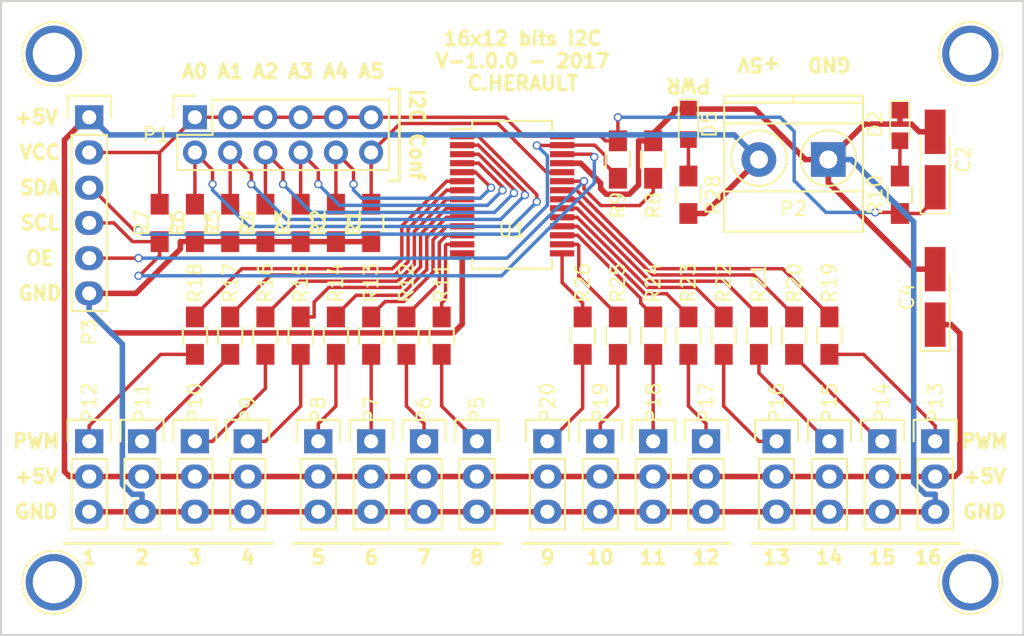
<source format=kicad_pcb>
(kicad_pcb (version 20171130) (host pcbnew "(5.1.12)-1")

  (general
    (thickness 1.6)
    (drawings 50)
    (tracks 368)
    (zones 0)
    (modules 55)
    (nets 47)
  )

  (page A4)
  (layers
    (0 F.Cu signal)
    (31 B.Cu signal)
    (32 B.Adhes user)
    (33 F.Adhes user)
    (34 B.Paste user)
    (35 F.Paste user)
    (36 B.SilkS user)
    (37 F.SilkS user)
    (38 B.Mask user)
    (39 F.Mask user)
    (40 Dwgs.User user)
    (41 Cmts.User user)
    (42 Eco1.User user)
    (43 Eco2.User user)
    (44 Edge.Cuts user)
    (45 Margin user)
    (46 B.CrtYd user)
    (47 F.CrtYd user)
    (48 B.Fab user hide)
    (49 F.Fab user)
  )

  (setup
    (last_trace_width 0.25)
    (trace_clearance 0.2)
    (zone_clearance 0.508)
    (zone_45_only no)
    (trace_min 0.2)
    (via_size 0.6)
    (via_drill 0.4)
    (via_min_size 0.4)
    (via_min_drill 0.3)
    (uvia_size 0.3)
    (uvia_drill 0.1)
    (uvias_allowed no)
    (uvia_min_size 0.2)
    (uvia_min_drill 0.1)
    (edge_width 0.15)
    (segment_width 0.2)
    (pcb_text_width 0.3)
    (pcb_text_size 1 1)
    (mod_edge_width 0.15)
    (mod_text_size 1 1)
    (mod_text_width 0.15)
    (pad_size 5 5)
    (pad_drill 3.2)
    (pad_to_mask_clearance 0.2)
    (aux_axis_origin 0 0)
    (visible_elements 7FFFFFFF)
    (pcbplotparams
      (layerselection 0x090f0_80000001)
      (usegerberextensions true)
      (usegerberattributes true)
      (usegerberadvancedattributes true)
      (creategerberjobfile true)
      (excludeedgelayer true)
      (linewidth 0.100000)
      (plotframeref false)
      (viasonmask false)
      (mode 1)
      (useauxorigin false)
      (hpglpennumber 1)
      (hpglpenspeed 20)
      (hpglpendiameter 15.000000)
      (psnegative false)
      (psa4output false)
      (plotreference true)
      (plotvalue true)
      (plotinvisibletext false)
      (padsonsilk true)
      (subtractmaskfromsilk false)
      (outputformat 1)
      (mirror false)
      (drillshape 0)
      (scaleselection 1)
      (outputdirectory "Gerber/"))
  )

  (net 0 "")
  (net 1 GND)
  (net 2 VCC)
  (net 3 +5V)
  (net 4 "Net-(D2-Pad2)")
  (net 5 "Net-(D5-Pad2)")
  (net 6 "Net-(P1-Pad2)")
  (net 7 "Net-(P1-Pad4)")
  (net 8 "Net-(P1-Pad6)")
  (net 9 "Net-(P1-Pad8)")
  (net 10 "Net-(P1-Pad10)")
  (net 11 "Net-(P1-Pad12)")
  (net 12 SDA)
  (net 13 SCL)
  (net 14 OE)
  (net 15 "Net-(P5-Pad1)")
  (net 16 "Net-(P6-Pad1)")
  (net 17 "Net-(P7-Pad1)")
  (net 18 "Net-(P8-Pad1)")
  (net 19 "Net-(P9-Pad1)")
  (net 20 "Net-(P10-Pad1)")
  (net 21 "Net-(P11-Pad1)")
  (net 22 "Net-(P12-Pad1)")
  (net 23 "Net-(P13-Pad1)")
  (net 24 "Net-(P14-Pad1)")
  (net 25 "Net-(P15-Pad1)")
  (net 26 "Net-(P16-Pad1)")
  (net 27 "Net-(P17-Pad1)")
  (net 28 "Net-(P18-Pad1)")
  (net 29 "Net-(P19-Pad1)")
  (net 30 "Net-(P20-Pad1)")
  (net 31 PWM7)
  (net 32 PWM6)
  (net 33 PWM5)
  (net 34 PWM4)
  (net 35 PWM3)
  (net 36 PWM2)
  (net 37 PWM1)
  (net 38 PWM0)
  (net 39 PWM15)
  (net 40 PWM14)
  (net 41 PWM13)
  (net 42 PWM12)
  (net 43 PWM11)
  (net 44 PWM10)
  (net 45 PWM9)
  (net 46 PWM8)

  (net_class Default "This is the default net class."
    (clearance 0.2)
    (trace_width 0.25)
    (via_dia 0.6)
    (via_drill 0.4)
    (uvia_dia 0.3)
    (uvia_drill 0.1)
    (add_net "Net-(D2-Pad2)")
    (add_net "Net-(D5-Pad2)")
    (add_net "Net-(P1-Pad10)")
    (add_net "Net-(P1-Pad12)")
    (add_net "Net-(P1-Pad2)")
    (add_net "Net-(P1-Pad4)")
    (add_net "Net-(P1-Pad6)")
    (add_net "Net-(P1-Pad8)")
    (add_net "Net-(P10-Pad1)")
    (add_net "Net-(P11-Pad1)")
    (add_net "Net-(P12-Pad1)")
    (add_net "Net-(P13-Pad1)")
    (add_net "Net-(P14-Pad1)")
    (add_net "Net-(P15-Pad1)")
    (add_net "Net-(P16-Pad1)")
    (add_net "Net-(P17-Pad1)")
    (add_net "Net-(P18-Pad1)")
    (add_net "Net-(P19-Pad1)")
    (add_net "Net-(P20-Pad1)")
    (add_net "Net-(P5-Pad1)")
    (add_net "Net-(P6-Pad1)")
    (add_net "Net-(P7-Pad1)")
    (add_net "Net-(P8-Pad1)")
    (add_net "Net-(P9-Pad1)")
    (add_net OE)
    (add_net PWM0)
    (add_net PWM1)
    (add_net PWM10)
    (add_net PWM11)
    (add_net PWM12)
    (add_net PWM13)
    (add_net PWM14)
    (add_net PWM15)
    (add_net PWM2)
    (add_net PWM3)
    (add_net PWM4)
    (add_net PWM5)
    (add_net PWM6)
    (add_net PWM7)
    (add_net PWM8)
    (add_net PWM9)
    (add_net SCL)
    (add_net SDA)
    (add_net VCC)
  )

  (net_class Power ""
    (clearance 0.2)
    (trace_width 0.4)
    (via_dia 0.6)
    (via_drill 0.4)
    (uvia_dia 0.3)
    (uvia_drill 0.1)
    (add_net +5V)
    (add_net GND)
  )

  (module Connectors:1pin (layer F.Cu) (tedit 5888AF4B) (tstamp 5888AF6F)
    (at 71.12 129.54)
    (descr "module 1 pin (ou trou mecanique de percage)")
    (tags DEV)
    (fp_text reference REF**_4 (at 0 -3.048) (layer F.SilkS) hide
      (effects (font (size 1 1) (thickness 0.15)))
    )
    (fp_text value 1pin (at 0 3) (layer F.Fab)
      (effects (font (size 1 1) (thickness 0.15)))
    )
    (fp_circle (center 0 0) (end 0 -2.286) (layer F.SilkS) (width 0.12))
    (fp_circle (center 0 0) (end 2.6 0) (layer F.CrtYd) (width 0.05))
    (fp_circle (center 0 0) (end 2 0.8) (layer F.Fab) (width 0.1))
    (pad 1 thru_hole circle (at 0 0) (size 4.064 4.064) (drill 3.048) (layers *.Cu *.Mask))
  )

  (module Connectors:1pin (layer F.Cu) (tedit 5888AF4B) (tstamp 5888AF64)
    (at 137.16 129.54)
    (descr "module 1 pin (ou trou mecanique de percage)")
    (tags DEV)
    (fp_text reference REF**_3 (at 0 -3.048) (layer F.SilkS) hide
      (effects (font (size 1 1) (thickness 0.15)))
    )
    (fp_text value 1pin (at 0 3) (layer F.Fab)
      (effects (font (size 1 1) (thickness 0.15)))
    )
    (fp_circle (center 0 0) (end 0 -2.286) (layer F.SilkS) (width 0.12))
    (fp_circle (center 0 0) (end 2.6 0) (layer F.CrtYd) (width 0.05))
    (fp_circle (center 0 0) (end 2 0.8) (layer F.Fab) (width 0.1))
    (pad 1 thru_hole circle (at 0 0) (size 4.064 4.064) (drill 3.048) (layers *.Cu *.Mask))
  )

  (module Connectors:1pin (layer F.Cu) (tedit 5888AF4B) (tstamp 5888AF55)
    (at 137.16 91.44)
    (descr "module 1 pin (ou trou mecanique de percage)")
    (tags DEV)
    (fp_text reference REF**_2 (at 0 -3.048) (layer F.SilkS) hide
      (effects (font (size 1 1) (thickness 0.15)))
    )
    (fp_text value 1pin (at 0 3) (layer F.Fab)
      (effects (font (size 1 1) (thickness 0.15)))
    )
    (fp_circle (center 0 0) (end 0 -2.286) (layer F.SilkS) (width 0.12))
    (fp_circle (center 0 0) (end 2.6 0) (layer F.CrtYd) (width 0.05))
    (fp_circle (center 0 0) (end 2 0.8) (layer F.Fab) (width 0.1))
    (pad 1 thru_hole circle (at 0 0) (size 4.064 4.064) (drill 3.048) (layers *.Cu *.Mask))
  )

  (module LEDs:LED_0805 (layer F.Cu) (tedit 57FE93EC) (tstamp 5888766D)
    (at 132.08 96.604 270)
    (descr "LED 0805 smd package")
    (tags "LED led 0805 SMD smd SMT smt smdled SMDLED smtled SMTLED")
    (path /586F7353)
    (attr smd)
    (fp_text reference D2 (at -0.084 1.778 270) (layer F.SilkS)
      (effects (font (size 1 1) (thickness 0.15)))
    )
    (fp_text value LED_Small (at 0 1.55 270) (layer F.Fab)
      (effects (font (size 1 1) (thickness 0.15)))
    )
    (fp_line (start -1.95 -0.85) (end 1.95 -0.85) (layer F.CrtYd) (width 0.05))
    (fp_line (start -1.95 0.85) (end -1.95 -0.85) (layer F.CrtYd) (width 0.05))
    (fp_line (start 1.95 0.85) (end -1.95 0.85) (layer F.CrtYd) (width 0.05))
    (fp_line (start 1.95 -0.85) (end 1.95 0.85) (layer F.CrtYd) (width 0.05))
    (fp_line (start -1.8 -0.7) (end 1 -0.7) (layer F.SilkS) (width 0.12))
    (fp_line (start -1.8 0.7) (end 1 0.7) (layer F.SilkS) (width 0.12))
    (fp_line (start -1 0.6) (end -1 -0.6) (layer F.Fab) (width 0.1))
    (fp_line (start -1 -0.6) (end 1 -0.6) (layer F.Fab) (width 0.1))
    (fp_line (start 1 -0.6) (end 1 0.6) (layer F.Fab) (width 0.1))
    (fp_line (start 1 0.6) (end -1 0.6) (layer F.Fab) (width 0.1))
    (fp_line (start 0.2 -0.4) (end 0.2 0.4) (layer F.Fab) (width 0.1))
    (fp_line (start 0.2 0.4) (end -0.4 0) (layer F.Fab) (width 0.1))
    (fp_line (start -0.4 0) (end 0.2 -0.4) (layer F.Fab) (width 0.1))
    (fp_line (start -0.4 -0.4) (end -0.4 0.4) (layer F.Fab) (width 0.1))
    (fp_line (start -1.8 -0.7) (end -1.8 0.7) (layer F.SilkS) (width 0.12))
    (pad 2 smd rect (at 1.1 0 90) (size 1.2 1.2) (layers F.Cu F.Paste F.Mask)
      (net 4 "Net-(D2-Pad2)"))
    (pad 1 smd rect (at -1.1 0 90) (size 1.2 1.2) (layers F.Cu F.Paste F.Mask)
      (net 1 GND))
    (model LEDs.3dshapes/LED_0805.wrl
      (at (xyz 0 0 0))
      (scale (xyz 1 1 1))
      (rotate (xyz 0 0 180))
    )
  )

  (module LEDs:LED_0805 (layer F.Cu) (tedit 57FE93EC) (tstamp 58887673)
    (at 116.84 96.52 270)
    (descr "LED 0805 smd package")
    (tags "LED led 0805 SMD smd SMT smt smdled SMDLED smtled SMTLED")
    (path /5875F301)
    (attr smd)
    (fp_text reference D5 (at 0 -1.524 270) (layer F.SilkS)
      (effects (font (size 1 1) (thickness 0.15)))
    )
    (fp_text value LED_Small (at 0 1.55 270) (layer F.Fab)
      (effects (font (size 1 1) (thickness 0.15)))
    )
    (fp_line (start -1.95 -0.85) (end 1.95 -0.85) (layer F.CrtYd) (width 0.05))
    (fp_line (start -1.95 0.85) (end -1.95 -0.85) (layer F.CrtYd) (width 0.05))
    (fp_line (start 1.95 0.85) (end -1.95 0.85) (layer F.CrtYd) (width 0.05))
    (fp_line (start 1.95 -0.85) (end 1.95 0.85) (layer F.CrtYd) (width 0.05))
    (fp_line (start -1.8 -0.7) (end 1 -0.7) (layer F.SilkS) (width 0.12))
    (fp_line (start -1.8 0.7) (end 1 0.7) (layer F.SilkS) (width 0.12))
    (fp_line (start -1 0.6) (end -1 -0.6) (layer F.Fab) (width 0.1))
    (fp_line (start -1 -0.6) (end 1 -0.6) (layer F.Fab) (width 0.1))
    (fp_line (start 1 -0.6) (end 1 0.6) (layer F.Fab) (width 0.1))
    (fp_line (start 1 0.6) (end -1 0.6) (layer F.Fab) (width 0.1))
    (fp_line (start 0.2 -0.4) (end 0.2 0.4) (layer F.Fab) (width 0.1))
    (fp_line (start 0.2 0.4) (end -0.4 0) (layer F.Fab) (width 0.1))
    (fp_line (start -0.4 0) (end 0.2 -0.4) (layer F.Fab) (width 0.1))
    (fp_line (start -0.4 -0.4) (end -0.4 0.4) (layer F.Fab) (width 0.1))
    (fp_line (start -1.8 -0.7) (end -1.8 0.7) (layer F.SilkS) (width 0.12))
    (pad 2 smd rect (at 1.1 0 90) (size 1.2 1.2) (layers F.Cu F.Paste F.Mask)
      (net 5 "Net-(D5-Pad2)"))
    (pad 1 smd rect (at -1.1 0 90) (size 1.2 1.2) (layers F.Cu F.Paste F.Mask)
      (net 1 GND))
    (model LEDs.3dshapes/LED_0805.wrl
      (at (xyz 0 0 0))
      (scale (xyz 1 1 1))
      (rotate (xyz 0 0 180))
    )
  )

  (module Socket_Strips:Socket_Strip_Straight_2x06 (layer F.Cu) (tedit 0) (tstamp 58887683)
    (at 81.28 96.012)
    (descr "Through hole socket strip")
    (tags "socket strip")
    (path /586FC449)
    (fp_text reference P1 (at -2.794 1.27) (layer F.SilkS)
      (effects (font (size 1 1) (thickness 0.15)))
    )
    (fp_text value CONN_02X06 (at 0 -3.1) (layer F.Fab)
      (effects (font (size 1 1) (thickness 0.15)))
    )
    (fp_line (start -1.55 -1.55) (end -1.55 0) (layer F.SilkS) (width 0.15))
    (fp_line (start 1.27 1.27) (end 1.27 -1.27) (layer F.SilkS) (width 0.15))
    (fp_line (start -1.27 1.27) (end 1.27 1.27) (layer F.SilkS) (width 0.15))
    (fp_line (start 0 -1.55) (end -1.55 -1.55) (layer F.SilkS) (width 0.15))
    (fp_line (start -1.27 3.81) (end -1.27 1.27) (layer F.SilkS) (width 0.15))
    (fp_line (start 13.97 3.81) (end 13.97 -1.27) (layer F.SilkS) (width 0.15))
    (fp_line (start 1.27 -1.27) (end 13.97 -1.27) (layer F.SilkS) (width 0.15))
    (fp_line (start 13.97 3.81) (end -1.27 3.81) (layer F.SilkS) (width 0.15))
    (fp_line (start -1.75 4.3) (end 14.45 4.3) (layer F.CrtYd) (width 0.05))
    (fp_line (start -1.75 -1.75) (end 14.45 -1.75) (layer F.CrtYd) (width 0.05))
    (fp_line (start 14.45 -1.75) (end 14.45 4.3) (layer F.CrtYd) (width 0.05))
    (fp_line (start -1.75 -1.75) (end -1.75 4.3) (layer F.CrtYd) (width 0.05))
    (pad 1 thru_hole rect (at 0 0) (size 1.7272 1.7272) (drill 1.016) (layers *.Cu *.Mask)
      (net 2 VCC))
    (pad 2 thru_hole oval (at 0 2.54) (size 1.7272 1.7272) (drill 1.016) (layers *.Cu *.Mask)
      (net 6 "Net-(P1-Pad2)"))
    (pad 3 thru_hole oval (at 2.54 0) (size 1.7272 1.7272) (drill 1.016) (layers *.Cu *.Mask)
      (net 2 VCC))
    (pad 4 thru_hole oval (at 2.54 2.54) (size 1.7272 1.7272) (drill 1.016) (layers *.Cu *.Mask)
      (net 7 "Net-(P1-Pad4)"))
    (pad 5 thru_hole oval (at 5.08 0) (size 1.7272 1.7272) (drill 1.016) (layers *.Cu *.Mask)
      (net 2 VCC))
    (pad 6 thru_hole oval (at 5.08 2.54) (size 1.7272 1.7272) (drill 1.016) (layers *.Cu *.Mask)
      (net 8 "Net-(P1-Pad6)"))
    (pad 7 thru_hole oval (at 7.62 0) (size 1.7272 1.7272) (drill 1.016) (layers *.Cu *.Mask)
      (net 2 VCC))
    (pad 8 thru_hole oval (at 7.62 2.54) (size 1.7272 1.7272) (drill 1.016) (layers *.Cu *.Mask)
      (net 9 "Net-(P1-Pad8)"))
    (pad 9 thru_hole oval (at 10.16 0) (size 1.7272 1.7272) (drill 1.016) (layers *.Cu *.Mask)
      (net 2 VCC))
    (pad 10 thru_hole oval (at 10.16 2.54) (size 1.7272 1.7272) (drill 1.016) (layers *.Cu *.Mask)
      (net 10 "Net-(P1-Pad10)"))
    (pad 11 thru_hole oval (at 12.7 0) (size 1.7272 1.7272) (drill 1.016) (layers *.Cu *.Mask)
      (net 2 VCC))
    (pad 12 thru_hole oval (at 12.7 2.54) (size 1.7272 1.7272) (drill 1.016) (layers *.Cu *.Mask)
      (net 11 "Net-(P1-Pad12)"))
    (model Socket_Strips.3dshapes/Socket_Strip_Straight_2x06.wrl
      (offset (xyz 6.349999904632568 -1.269999980926514 0))
      (scale (xyz 1 1 1))
      (rotate (xyz 0 0 180))
    )
  )

  (module Connectors_Terminal_Blocks:TerminalBlock_Pheonix_MKDS1.5-2pol (layer F.Cu) (tedit 7FFFFFFF) (tstamp 58887689)
    (at 126.92 99.06 180)
    (descr "2-way 5mm pitch terminal block, Phoenix MKDS series")
    (path /586F8190)
    (fp_text reference P2 (at 2.5 -3.556 180) (layer F.SilkS)
      (effects (font (size 1 1) (thickness 0.15)))
    )
    (fp_text value CONN_01X02 (at 2.5 -6.6 180) (layer F.Fab)
      (effects (font (size 1 1) (thickness 0.15)))
    )
    (fp_circle (center 0 0.1) (end 2 0.1) (layer F.SilkS) (width 0.15))
    (fp_circle (center 5 0.1) (end 3 0.1) (layer F.SilkS) (width 0.15))
    (fp_line (start -2.5 -5.2) (end -2.5 4.6) (layer F.SilkS) (width 0.15))
    (fp_line (start 7.5 -5.2) (end -2.5 -5.2) (layer F.SilkS) (width 0.15))
    (fp_line (start 7.5 4.6) (end 7.5 -5.2) (layer F.SilkS) (width 0.15))
    (fp_line (start -2.5 4.6) (end 7.5 4.6) (layer F.SilkS) (width 0.15))
    (fp_line (start -2.5 4.1) (end 7.5 4.1) (layer F.SilkS) (width 0.15))
    (fp_line (start -2.5 -2.3) (end 7.5 -2.3) (layer F.SilkS) (width 0.15))
    (fp_line (start -2.5 2.6) (end 7.5 2.6) (layer F.SilkS) (width 0.15))
    (fp_line (start 2.5 4.1) (end 2.5 4.6) (layer F.SilkS) (width 0.15))
    (fp_line (start 7.7 -5.4) (end 7.7 4.8) (layer F.CrtYd) (width 0.05))
    (fp_line (start 7.7 4.8) (end -2.7 4.8) (layer F.CrtYd) (width 0.05))
    (fp_line (start -2.7 4.8) (end -2.7 -5.4) (layer F.CrtYd) (width 0.05))
    (fp_line (start -2.7 -5.4) (end 7.7 -5.4) (layer F.CrtYd) (width 0.05))
    (pad 1 thru_hole rect (at 0 0 180) (size 2.5 2.5) (drill 1.3) (layers *.Cu *.Mask)
      (net 1 GND))
    (pad 2 thru_hole circle (at 5 0 180) (size 2.5 2.5) (drill 1.3) (layers *.Cu *.Mask)
      (net 3 +5V))
    (model Terminal_Blocks.3dshapes/TerminalBlock_Pheonix_MKDS1.5-2pol.wrl
      (offset (xyz 2.499359962463379 0 0))
      (scale (xyz 1 1 1))
      (rotate (xyz 0 0 0))
    )
  )

  (module Socket_Strips:Socket_Strip_Straight_1x06 (layer F.Cu) (tedit 0) (tstamp 58887693)
    (at 73.66 96.012 270)
    (descr "Through hole socket strip")
    (tags "socket strip")
    (path /586F6AA1)
    (fp_text reference P3 (at 15.494 0 270) (layer F.SilkS)
      (effects (font (size 1 1) (thickness 0.15)))
    )
    (fp_text value CONN_01X06 (at 0 -3.1 270) (layer F.Fab)
      (effects (font (size 1 1) (thickness 0.15)))
    )
    (fp_line (start -1.55 -1.55) (end -1.55 1.55) (layer F.SilkS) (width 0.15))
    (fp_line (start 0 -1.55) (end -1.55 -1.55) (layer F.SilkS) (width 0.15))
    (fp_line (start 1.27 1.27) (end 1.27 -1.27) (layer F.SilkS) (width 0.15))
    (fp_line (start -1.55 1.55) (end 0 1.55) (layer F.SilkS) (width 0.15))
    (fp_line (start 13.97 -1.27) (end 1.27 -1.27) (layer F.SilkS) (width 0.15))
    (fp_line (start 13.97 1.27) (end 13.97 -1.27) (layer F.SilkS) (width 0.15))
    (fp_line (start 1.27 1.27) (end 13.97 1.27) (layer F.SilkS) (width 0.15))
    (fp_line (start -1.75 1.75) (end 14.45 1.75) (layer F.CrtYd) (width 0.05))
    (fp_line (start -1.75 -1.75) (end 14.45 -1.75) (layer F.CrtYd) (width 0.05))
    (fp_line (start 14.45 -1.75) (end 14.45 1.75) (layer F.CrtYd) (width 0.05))
    (fp_line (start -1.75 -1.75) (end -1.75 1.75) (layer F.CrtYd) (width 0.05))
    (pad 1 thru_hole rect (at 0 0 270) (size 1.7272 2.032) (drill 1.016) (layers *.Cu *.Mask)
      (net 3 +5V))
    (pad 2 thru_hole oval (at 2.54 0 270) (size 1.7272 2.032) (drill 1.016) (layers *.Cu *.Mask)
      (net 2 VCC))
    (pad 3 thru_hole oval (at 5.08 0 270) (size 1.7272 2.032) (drill 1.016) (layers *.Cu *.Mask)
      (net 12 SDA))
    (pad 4 thru_hole oval (at 7.62 0 270) (size 1.7272 2.032) (drill 1.016) (layers *.Cu *.Mask)
      (net 13 SCL))
    (pad 5 thru_hole oval (at 10.16 0 270) (size 1.7272 2.032) (drill 1.016) (layers *.Cu *.Mask)
      (net 14 OE))
    (pad 6 thru_hole oval (at 12.7 0 270) (size 1.7272 2.032) (drill 1.016) (layers *.Cu *.Mask)
      (net 1 GND))
    (model Socket_Strips.3dshapes/Socket_Strip_Straight_1x06.wrl
      (offset (xyz 6.349999904632568 0 0))
      (scale (xyz 1 1 1))
      (rotate (xyz 0 0 180))
    )
  )

  (module Socket_Strips:Socket_Strip_Straight_1x03 (layer F.Cu) (tedit 54E9F429) (tstamp 5888769A)
    (at 101.6 119.38 270)
    (descr "Through hole socket strip")
    (tags "socket strip")
    (path /586F56F3)
    (fp_text reference P5 (at -2.286 0 270) (layer F.SilkS)
      (effects (font (size 1 1) (thickness 0.15)))
    )
    (fp_text value CONN_01X03 (at 0 -3.1 270) (layer F.Fab)
      (effects (font (size 1 1) (thickness 0.15)))
    )
    (fp_line (start 1.27 1.27) (end 1.27 -1.27) (layer F.SilkS) (width 0.15))
    (fp_line (start 6.35 1.27) (end 1.27 1.27) (layer F.SilkS) (width 0.15))
    (fp_line (start 6.35 -1.27) (end 6.35 1.27) (layer F.SilkS) (width 0.15))
    (fp_line (start 1.27 -1.27) (end 6.35 -1.27) (layer F.SilkS) (width 0.15))
    (fp_line (start -1.75 1.75) (end 6.85 1.75) (layer F.CrtYd) (width 0.05))
    (fp_line (start -1.75 -1.75) (end 6.85 -1.75) (layer F.CrtYd) (width 0.05))
    (fp_line (start 6.85 -1.75) (end 6.85 1.75) (layer F.CrtYd) (width 0.05))
    (fp_line (start -1.75 -1.75) (end -1.75 1.75) (layer F.CrtYd) (width 0.05))
    (fp_line (start -1.55 1.55) (end 0 1.55) (layer F.SilkS) (width 0.15))
    (fp_line (start -1.55 -1.55) (end -1.55 1.55) (layer F.SilkS) (width 0.15))
    (fp_line (start 0 -1.55) (end -1.55 -1.55) (layer F.SilkS) (width 0.15))
    (pad 1 thru_hole rect (at 0 0 270) (size 1.7272 2.032) (drill 1.016) (layers *.Cu *.Mask)
      (net 15 "Net-(P5-Pad1)"))
    (pad 2 thru_hole oval (at 2.54 0 270) (size 1.7272 2.032) (drill 1.016) (layers *.Cu *.Mask)
      (net 3 +5V))
    (pad 3 thru_hole oval (at 5.08 0 270) (size 1.7272 2.032) (drill 1.016) (layers *.Cu *.Mask)
      (net 1 GND))
    (model Socket_Strips.3dshapes/Socket_Strip_Straight_1x03.wrl
      (offset (xyz 2.539999961853027 0 0))
      (scale (xyz 1 1 1))
      (rotate (xyz 0 0 180))
    )
  )

  (module Socket_Strips:Socket_Strip_Straight_1x03 (layer F.Cu) (tedit 54E9F429) (tstamp 588876A1)
    (at 97.79 119.38 270)
    (descr "Through hole socket strip")
    (tags "socket strip")
    (path /586F5710)
    (fp_text reference P6 (at -2.286 0 270) (layer F.SilkS)
      (effects (font (size 1 1) (thickness 0.15)))
    )
    (fp_text value CONN_01X03 (at 0 -3.1 270) (layer F.Fab)
      (effects (font (size 1 1) (thickness 0.15)))
    )
    (fp_line (start 1.27 1.27) (end 1.27 -1.27) (layer F.SilkS) (width 0.15))
    (fp_line (start 6.35 1.27) (end 1.27 1.27) (layer F.SilkS) (width 0.15))
    (fp_line (start 6.35 -1.27) (end 6.35 1.27) (layer F.SilkS) (width 0.15))
    (fp_line (start 1.27 -1.27) (end 6.35 -1.27) (layer F.SilkS) (width 0.15))
    (fp_line (start -1.75 1.75) (end 6.85 1.75) (layer F.CrtYd) (width 0.05))
    (fp_line (start -1.75 -1.75) (end 6.85 -1.75) (layer F.CrtYd) (width 0.05))
    (fp_line (start 6.85 -1.75) (end 6.85 1.75) (layer F.CrtYd) (width 0.05))
    (fp_line (start -1.75 -1.75) (end -1.75 1.75) (layer F.CrtYd) (width 0.05))
    (fp_line (start -1.55 1.55) (end 0 1.55) (layer F.SilkS) (width 0.15))
    (fp_line (start -1.55 -1.55) (end -1.55 1.55) (layer F.SilkS) (width 0.15))
    (fp_line (start 0 -1.55) (end -1.55 -1.55) (layer F.SilkS) (width 0.15))
    (pad 1 thru_hole rect (at 0 0 270) (size 1.7272 2.032) (drill 1.016) (layers *.Cu *.Mask)
      (net 16 "Net-(P6-Pad1)"))
    (pad 2 thru_hole oval (at 2.54 0 270) (size 1.7272 2.032) (drill 1.016) (layers *.Cu *.Mask)
      (net 3 +5V))
    (pad 3 thru_hole oval (at 5.08 0 270) (size 1.7272 2.032) (drill 1.016) (layers *.Cu *.Mask)
      (net 1 GND))
    (model Socket_Strips.3dshapes/Socket_Strip_Straight_1x03.wrl
      (offset (xyz 2.539999961853027 0 0))
      (scale (xyz 1 1 1))
      (rotate (xyz 0 0 180))
    )
  )

  (module Socket_Strips:Socket_Strip_Straight_1x03 (layer F.Cu) (tedit 54E9F429) (tstamp 588876A8)
    (at 93.98 119.38 270)
    (descr "Through hole socket strip")
    (tags "socket strip")
    (path /586F572D)
    (fp_text reference P7 (at -2.286 0 270) (layer F.SilkS)
      (effects (font (size 1 1) (thickness 0.15)))
    )
    (fp_text value CONN_01X03 (at 0 -3.1 270) (layer F.Fab)
      (effects (font (size 1 1) (thickness 0.15)))
    )
    (fp_line (start 1.27 1.27) (end 1.27 -1.27) (layer F.SilkS) (width 0.15))
    (fp_line (start 6.35 1.27) (end 1.27 1.27) (layer F.SilkS) (width 0.15))
    (fp_line (start 6.35 -1.27) (end 6.35 1.27) (layer F.SilkS) (width 0.15))
    (fp_line (start 1.27 -1.27) (end 6.35 -1.27) (layer F.SilkS) (width 0.15))
    (fp_line (start -1.75 1.75) (end 6.85 1.75) (layer F.CrtYd) (width 0.05))
    (fp_line (start -1.75 -1.75) (end 6.85 -1.75) (layer F.CrtYd) (width 0.05))
    (fp_line (start 6.85 -1.75) (end 6.85 1.75) (layer F.CrtYd) (width 0.05))
    (fp_line (start -1.75 -1.75) (end -1.75 1.75) (layer F.CrtYd) (width 0.05))
    (fp_line (start -1.55 1.55) (end 0 1.55) (layer F.SilkS) (width 0.15))
    (fp_line (start -1.55 -1.55) (end -1.55 1.55) (layer F.SilkS) (width 0.15))
    (fp_line (start 0 -1.55) (end -1.55 -1.55) (layer F.SilkS) (width 0.15))
    (pad 1 thru_hole rect (at 0 0 270) (size 1.7272 2.032) (drill 1.016) (layers *.Cu *.Mask)
      (net 17 "Net-(P7-Pad1)"))
    (pad 2 thru_hole oval (at 2.54 0 270) (size 1.7272 2.032) (drill 1.016) (layers *.Cu *.Mask)
      (net 3 +5V))
    (pad 3 thru_hole oval (at 5.08 0 270) (size 1.7272 2.032) (drill 1.016) (layers *.Cu *.Mask)
      (net 1 GND))
    (model Socket_Strips.3dshapes/Socket_Strip_Straight_1x03.wrl
      (offset (xyz 2.539999961853027 0 0))
      (scale (xyz 1 1 1))
      (rotate (xyz 0 0 180))
    )
  )

  (module Socket_Strips:Socket_Strip_Straight_1x03 (layer F.Cu) (tedit 54E9F429) (tstamp 588876AF)
    (at 90.17 119.38 270)
    (descr "Through hole socket strip")
    (tags "socket strip")
    (path /586F574A)
    (fp_text reference P8 (at -2.286 0 270) (layer F.SilkS)
      (effects (font (size 1 1) (thickness 0.15)))
    )
    (fp_text value CONN_01X03 (at 0 -3.1 270) (layer F.Fab)
      (effects (font (size 1 1) (thickness 0.15)))
    )
    (fp_line (start 1.27 1.27) (end 1.27 -1.27) (layer F.SilkS) (width 0.15))
    (fp_line (start 6.35 1.27) (end 1.27 1.27) (layer F.SilkS) (width 0.15))
    (fp_line (start 6.35 -1.27) (end 6.35 1.27) (layer F.SilkS) (width 0.15))
    (fp_line (start 1.27 -1.27) (end 6.35 -1.27) (layer F.SilkS) (width 0.15))
    (fp_line (start -1.75 1.75) (end 6.85 1.75) (layer F.CrtYd) (width 0.05))
    (fp_line (start -1.75 -1.75) (end 6.85 -1.75) (layer F.CrtYd) (width 0.05))
    (fp_line (start 6.85 -1.75) (end 6.85 1.75) (layer F.CrtYd) (width 0.05))
    (fp_line (start -1.75 -1.75) (end -1.75 1.75) (layer F.CrtYd) (width 0.05))
    (fp_line (start -1.55 1.55) (end 0 1.55) (layer F.SilkS) (width 0.15))
    (fp_line (start -1.55 -1.55) (end -1.55 1.55) (layer F.SilkS) (width 0.15))
    (fp_line (start 0 -1.55) (end -1.55 -1.55) (layer F.SilkS) (width 0.15))
    (pad 1 thru_hole rect (at 0 0 270) (size 1.7272 2.032) (drill 1.016) (layers *.Cu *.Mask)
      (net 18 "Net-(P8-Pad1)"))
    (pad 2 thru_hole oval (at 2.54 0 270) (size 1.7272 2.032) (drill 1.016) (layers *.Cu *.Mask)
      (net 3 +5V))
    (pad 3 thru_hole oval (at 5.08 0 270) (size 1.7272 2.032) (drill 1.016) (layers *.Cu *.Mask)
      (net 1 GND))
    (model Socket_Strips.3dshapes/Socket_Strip_Straight_1x03.wrl
      (offset (xyz 2.539999961853027 0 0))
      (scale (xyz 1 1 1))
      (rotate (xyz 0 0 180))
    )
  )

  (module Socket_Strips:Socket_Strip_Straight_1x03 (layer F.Cu) (tedit 54E9F429) (tstamp 588876B6)
    (at 85.09 119.38 270)
    (descr "Through hole socket strip")
    (tags "socket strip")
    (path /586F5767)
    (fp_text reference P9 (at -2.286 0 270) (layer F.SilkS)
      (effects (font (size 1 1) (thickness 0.15)))
    )
    (fp_text value CONN_01X03 (at 0 -3.1 270) (layer F.Fab)
      (effects (font (size 1 1) (thickness 0.15)))
    )
    (fp_line (start 1.27 1.27) (end 1.27 -1.27) (layer F.SilkS) (width 0.15))
    (fp_line (start 6.35 1.27) (end 1.27 1.27) (layer F.SilkS) (width 0.15))
    (fp_line (start 6.35 -1.27) (end 6.35 1.27) (layer F.SilkS) (width 0.15))
    (fp_line (start 1.27 -1.27) (end 6.35 -1.27) (layer F.SilkS) (width 0.15))
    (fp_line (start -1.75 1.75) (end 6.85 1.75) (layer F.CrtYd) (width 0.05))
    (fp_line (start -1.75 -1.75) (end 6.85 -1.75) (layer F.CrtYd) (width 0.05))
    (fp_line (start 6.85 -1.75) (end 6.85 1.75) (layer F.CrtYd) (width 0.05))
    (fp_line (start -1.75 -1.75) (end -1.75 1.75) (layer F.CrtYd) (width 0.05))
    (fp_line (start -1.55 1.55) (end 0 1.55) (layer F.SilkS) (width 0.15))
    (fp_line (start -1.55 -1.55) (end -1.55 1.55) (layer F.SilkS) (width 0.15))
    (fp_line (start 0 -1.55) (end -1.55 -1.55) (layer F.SilkS) (width 0.15))
    (pad 1 thru_hole rect (at 0 0 270) (size 1.7272 2.032) (drill 1.016) (layers *.Cu *.Mask)
      (net 19 "Net-(P9-Pad1)"))
    (pad 2 thru_hole oval (at 2.54 0 270) (size 1.7272 2.032) (drill 1.016) (layers *.Cu *.Mask)
      (net 3 +5V))
    (pad 3 thru_hole oval (at 5.08 0 270) (size 1.7272 2.032) (drill 1.016) (layers *.Cu *.Mask)
      (net 1 GND))
    (model Socket_Strips.3dshapes/Socket_Strip_Straight_1x03.wrl
      (offset (xyz 2.539999961853027 0 0))
      (scale (xyz 1 1 1))
      (rotate (xyz 0 0 180))
    )
  )

  (module Socket_Strips:Socket_Strip_Straight_1x03 (layer F.Cu) (tedit 54E9F429) (tstamp 588876BD)
    (at 81.28 119.38 270)
    (descr "Through hole socket strip")
    (tags "socket strip")
    (path /586F5784)
    (fp_text reference P10 (at -2.794 0 270) (layer F.SilkS)
      (effects (font (size 1 1) (thickness 0.15)))
    )
    (fp_text value CONN_01X03 (at 0 -3.1 270) (layer F.Fab)
      (effects (font (size 1 1) (thickness 0.15)))
    )
    (fp_line (start 1.27 1.27) (end 1.27 -1.27) (layer F.SilkS) (width 0.15))
    (fp_line (start 6.35 1.27) (end 1.27 1.27) (layer F.SilkS) (width 0.15))
    (fp_line (start 6.35 -1.27) (end 6.35 1.27) (layer F.SilkS) (width 0.15))
    (fp_line (start 1.27 -1.27) (end 6.35 -1.27) (layer F.SilkS) (width 0.15))
    (fp_line (start -1.75 1.75) (end 6.85 1.75) (layer F.CrtYd) (width 0.05))
    (fp_line (start -1.75 -1.75) (end 6.85 -1.75) (layer F.CrtYd) (width 0.05))
    (fp_line (start 6.85 -1.75) (end 6.85 1.75) (layer F.CrtYd) (width 0.05))
    (fp_line (start -1.75 -1.75) (end -1.75 1.75) (layer F.CrtYd) (width 0.05))
    (fp_line (start -1.55 1.55) (end 0 1.55) (layer F.SilkS) (width 0.15))
    (fp_line (start -1.55 -1.55) (end -1.55 1.55) (layer F.SilkS) (width 0.15))
    (fp_line (start 0 -1.55) (end -1.55 -1.55) (layer F.SilkS) (width 0.15))
    (pad 1 thru_hole rect (at 0 0 270) (size 1.7272 2.032) (drill 1.016) (layers *.Cu *.Mask)
      (net 20 "Net-(P10-Pad1)"))
    (pad 2 thru_hole oval (at 2.54 0 270) (size 1.7272 2.032) (drill 1.016) (layers *.Cu *.Mask)
      (net 3 +5V))
    (pad 3 thru_hole oval (at 5.08 0 270) (size 1.7272 2.032) (drill 1.016) (layers *.Cu *.Mask)
      (net 1 GND))
    (model Socket_Strips.3dshapes/Socket_Strip_Straight_1x03.wrl
      (offset (xyz 2.539999961853027 0 0))
      (scale (xyz 1 1 1))
      (rotate (xyz 0 0 180))
    )
  )

  (module Socket_Strips:Socket_Strip_Straight_1x03 (layer F.Cu) (tedit 54E9F429) (tstamp 588876C4)
    (at 77.47 119.38 270)
    (descr "Through hole socket strip")
    (tags "socket strip")
    (path /586F57A1)
    (fp_text reference P11 (at -2.794 0 270) (layer F.SilkS)
      (effects (font (size 1 1) (thickness 0.15)))
    )
    (fp_text value CONN_01X03 (at 0 -3.1 270) (layer F.Fab)
      (effects (font (size 1 1) (thickness 0.15)))
    )
    (fp_line (start 1.27 1.27) (end 1.27 -1.27) (layer F.SilkS) (width 0.15))
    (fp_line (start 6.35 1.27) (end 1.27 1.27) (layer F.SilkS) (width 0.15))
    (fp_line (start 6.35 -1.27) (end 6.35 1.27) (layer F.SilkS) (width 0.15))
    (fp_line (start 1.27 -1.27) (end 6.35 -1.27) (layer F.SilkS) (width 0.15))
    (fp_line (start -1.75 1.75) (end 6.85 1.75) (layer F.CrtYd) (width 0.05))
    (fp_line (start -1.75 -1.75) (end 6.85 -1.75) (layer F.CrtYd) (width 0.05))
    (fp_line (start 6.85 -1.75) (end 6.85 1.75) (layer F.CrtYd) (width 0.05))
    (fp_line (start -1.75 -1.75) (end -1.75 1.75) (layer F.CrtYd) (width 0.05))
    (fp_line (start -1.55 1.55) (end 0 1.55) (layer F.SilkS) (width 0.15))
    (fp_line (start -1.55 -1.55) (end -1.55 1.55) (layer F.SilkS) (width 0.15))
    (fp_line (start 0 -1.55) (end -1.55 -1.55) (layer F.SilkS) (width 0.15))
    (pad 1 thru_hole rect (at 0 0 270) (size 1.7272 2.032) (drill 1.016) (layers *.Cu *.Mask)
      (net 21 "Net-(P11-Pad1)"))
    (pad 2 thru_hole oval (at 2.54 0 270) (size 1.7272 2.032) (drill 1.016) (layers *.Cu *.Mask)
      (net 3 +5V))
    (pad 3 thru_hole oval (at 5.08 0 270) (size 1.7272 2.032) (drill 1.016) (layers *.Cu *.Mask)
      (net 1 GND))
    (model Socket_Strips.3dshapes/Socket_Strip_Straight_1x03.wrl
      (offset (xyz 2.539999961853027 0 0))
      (scale (xyz 1 1 1))
      (rotate (xyz 0 0 180))
    )
  )

  (module Socket_Strips:Socket_Strip_Straight_1x03 (layer F.Cu) (tedit 54E9F429) (tstamp 588876CB)
    (at 73.66 119.38 270)
    (descr "Through hole socket strip")
    (tags "socket strip")
    (path /586F57BE)
    (fp_text reference P12 (at -2.794 0 270) (layer F.SilkS)
      (effects (font (size 1 1) (thickness 0.15)))
    )
    (fp_text value CONN_01X03 (at 0 -3.1 270) (layer F.Fab)
      (effects (font (size 1 1) (thickness 0.15)))
    )
    (fp_line (start 1.27 1.27) (end 1.27 -1.27) (layer F.SilkS) (width 0.15))
    (fp_line (start 6.35 1.27) (end 1.27 1.27) (layer F.SilkS) (width 0.15))
    (fp_line (start 6.35 -1.27) (end 6.35 1.27) (layer F.SilkS) (width 0.15))
    (fp_line (start 1.27 -1.27) (end 6.35 -1.27) (layer F.SilkS) (width 0.15))
    (fp_line (start -1.75 1.75) (end 6.85 1.75) (layer F.CrtYd) (width 0.05))
    (fp_line (start -1.75 -1.75) (end 6.85 -1.75) (layer F.CrtYd) (width 0.05))
    (fp_line (start 6.85 -1.75) (end 6.85 1.75) (layer F.CrtYd) (width 0.05))
    (fp_line (start -1.75 -1.75) (end -1.75 1.75) (layer F.CrtYd) (width 0.05))
    (fp_line (start -1.55 1.55) (end 0 1.55) (layer F.SilkS) (width 0.15))
    (fp_line (start -1.55 -1.55) (end -1.55 1.55) (layer F.SilkS) (width 0.15))
    (fp_line (start 0 -1.55) (end -1.55 -1.55) (layer F.SilkS) (width 0.15))
    (pad 1 thru_hole rect (at 0 0 270) (size 1.7272 2.032) (drill 1.016) (layers *.Cu *.Mask)
      (net 22 "Net-(P12-Pad1)"))
    (pad 2 thru_hole oval (at 2.54 0 270) (size 1.7272 2.032) (drill 1.016) (layers *.Cu *.Mask)
      (net 3 +5V))
    (pad 3 thru_hole oval (at 5.08 0 270) (size 1.7272 2.032) (drill 1.016) (layers *.Cu *.Mask)
      (net 1 GND))
    (model Socket_Strips.3dshapes/Socket_Strip_Straight_1x03.wrl
      (offset (xyz 2.539999961853027 0 0))
      (scale (xyz 1 1 1))
      (rotate (xyz 0 0 180))
    )
  )

  (module Socket_Strips:Socket_Strip_Straight_1x03 (layer F.Cu) (tedit 54E9F429) (tstamp 588876D2)
    (at 134.62 119.38 270)
    (descr "Through hole socket strip")
    (tags "socket strip")
    (path /586F4D49)
    (fp_text reference P13 (at -2.794 0 270) (layer F.SilkS)
      (effects (font (size 1 1) (thickness 0.15)))
    )
    (fp_text value CONN_01X03 (at 0 -3.1 270) (layer F.Fab)
      (effects (font (size 1 1) (thickness 0.15)))
    )
    (fp_line (start 1.27 1.27) (end 1.27 -1.27) (layer F.SilkS) (width 0.15))
    (fp_line (start 6.35 1.27) (end 1.27 1.27) (layer F.SilkS) (width 0.15))
    (fp_line (start 6.35 -1.27) (end 6.35 1.27) (layer F.SilkS) (width 0.15))
    (fp_line (start 1.27 -1.27) (end 6.35 -1.27) (layer F.SilkS) (width 0.15))
    (fp_line (start -1.75 1.75) (end 6.85 1.75) (layer F.CrtYd) (width 0.05))
    (fp_line (start -1.75 -1.75) (end 6.85 -1.75) (layer F.CrtYd) (width 0.05))
    (fp_line (start 6.85 -1.75) (end 6.85 1.75) (layer F.CrtYd) (width 0.05))
    (fp_line (start -1.75 -1.75) (end -1.75 1.75) (layer F.CrtYd) (width 0.05))
    (fp_line (start -1.55 1.55) (end 0 1.55) (layer F.SilkS) (width 0.15))
    (fp_line (start -1.55 -1.55) (end -1.55 1.55) (layer F.SilkS) (width 0.15))
    (fp_line (start 0 -1.55) (end -1.55 -1.55) (layer F.SilkS) (width 0.15))
    (pad 1 thru_hole rect (at 0 0 270) (size 1.7272 2.032) (drill 1.016) (layers *.Cu *.Mask)
      (net 23 "Net-(P13-Pad1)"))
    (pad 2 thru_hole oval (at 2.54 0 270) (size 1.7272 2.032) (drill 1.016) (layers *.Cu *.Mask)
      (net 3 +5V))
    (pad 3 thru_hole oval (at 5.08 0 270) (size 1.7272 2.032) (drill 1.016) (layers *.Cu *.Mask)
      (net 1 GND))
    (model Socket_Strips.3dshapes/Socket_Strip_Straight_1x03.wrl
      (offset (xyz 2.539999961853027 0 0))
      (scale (xyz 1 1 1))
      (rotate (xyz 0 0 180))
    )
  )

  (module Socket_Strips:Socket_Strip_Straight_1x03 (layer F.Cu) (tedit 54E9F429) (tstamp 588876D9)
    (at 130.81 119.38 270)
    (descr "Through hole socket strip")
    (tags "socket strip")
    (path /586F4E40)
    (fp_text reference P14 (at -2.794 0 270) (layer F.SilkS)
      (effects (font (size 1 1) (thickness 0.15)))
    )
    (fp_text value CONN_01X03 (at 0 -3.1 270) (layer F.Fab)
      (effects (font (size 1 1) (thickness 0.15)))
    )
    (fp_line (start 1.27 1.27) (end 1.27 -1.27) (layer F.SilkS) (width 0.15))
    (fp_line (start 6.35 1.27) (end 1.27 1.27) (layer F.SilkS) (width 0.15))
    (fp_line (start 6.35 -1.27) (end 6.35 1.27) (layer F.SilkS) (width 0.15))
    (fp_line (start 1.27 -1.27) (end 6.35 -1.27) (layer F.SilkS) (width 0.15))
    (fp_line (start -1.75 1.75) (end 6.85 1.75) (layer F.CrtYd) (width 0.05))
    (fp_line (start -1.75 -1.75) (end 6.85 -1.75) (layer F.CrtYd) (width 0.05))
    (fp_line (start 6.85 -1.75) (end 6.85 1.75) (layer F.CrtYd) (width 0.05))
    (fp_line (start -1.75 -1.75) (end -1.75 1.75) (layer F.CrtYd) (width 0.05))
    (fp_line (start -1.55 1.55) (end 0 1.55) (layer F.SilkS) (width 0.15))
    (fp_line (start -1.55 -1.55) (end -1.55 1.55) (layer F.SilkS) (width 0.15))
    (fp_line (start 0 -1.55) (end -1.55 -1.55) (layer F.SilkS) (width 0.15))
    (pad 1 thru_hole rect (at 0 0 270) (size 1.7272 2.032) (drill 1.016) (layers *.Cu *.Mask)
      (net 24 "Net-(P14-Pad1)"))
    (pad 2 thru_hole oval (at 2.54 0 270) (size 1.7272 2.032) (drill 1.016) (layers *.Cu *.Mask)
      (net 3 +5V))
    (pad 3 thru_hole oval (at 5.08 0 270) (size 1.7272 2.032) (drill 1.016) (layers *.Cu *.Mask)
      (net 1 GND))
    (model Socket_Strips.3dshapes/Socket_Strip_Straight_1x03.wrl
      (offset (xyz 2.539999961853027 0 0))
      (scale (xyz 1 1 1))
      (rotate (xyz 0 0 180))
    )
  )

  (module Socket_Strips:Socket_Strip_Straight_1x03 (layer F.Cu) (tedit 54E9F429) (tstamp 588876)
    (at 127 119.38 270)
    (descr "Through hole socket strip")
    (tags "socket strip")
    (path /586F4FE5)
    (fp_text reference P15 (at -2.794 0 270) (layer F.SilkS)
      (effects (font (size 1 1) (thickness 0.15)))
    )
    (fp_text value CONN_01X03 (at 0 -3.1 270) (layer F.Fab)
      (effects (font (size 1 1) (thickness 0.15)))
    )
    (fp_line (start 1.27 1.27) (end 1.27 -1.27) (layer F.SilkS) (width 0.15))
    (fp_line (start 6.35 1.27) (end 1.27 1.27) (layer F.SilkS) (width 0.15))
    (fp_line (start 6.35 -1.27) (end 6.35 1.27) (layer F.SilkS) (width 0.15))
    (fp_line (start 1.27 -1.27) (end 6.35 -1.27) (layer F.SilkS) (width 0.15))
    (fp_line (start -1.75 1.75) (end 6.85 1.75) (layer F.CrtYd) (width 0.05))
    (fp_line (start -1.75 -1.75) (end 6.85 -1.75) (layer F.CrtYd) (width 0.05))
    (fp_line (start 6.85 -1.75) (end 6.85 1.75) (layer F.CrtYd) (width 0.05))
    (fp_line (start -1.75 -1.75) (end -1.75 1.75) (layer F.CrtYd) (width 0.05))
    (fp_line (start -1.55 1.55) (end 0 1.55) (layer F.SilkS) (width 0.15))
    (fp_line (start -1.55 -1.55) (end -1.55 1.55) (layer F.SilkS) (width 0.15))
    (fp_line (start 0 -1.55) (end -1.55 -1.55) (layer F.SilkS) (width 0.15))
    (pad 1 thru_hole rect (at 0 0 270) (size 1.7272 2.032) (drill 1.016) (layers *.Cu *.Mask)
      (net 25 "Net-(P15-Pad1)"))
    (pad 2 thru_hole oval (at 2.54 0 270) (size 1.7272 2.032) (drill 1.016) (layers *.Cu *.Mask)
      (net 3 +5V))
    (pad 3 thru_hole oval (at 5.08 0 270) (size 1.7272 2.032) (drill 1.016) (layers *.Cu *.Mask)
      (net 1 GND))
    (model Socket_Strips.3dshapes/Socket_Strip_Straight_1x03.wrl
      (offset (xyz 2.539999961853027 0 0))
      (scale (xyz 1 1 1))
      (rotate (xyz 0 0 180))
    )
  )

  (module Socket_Strips:Socket_Strip_Straight_1x03 (layer F.Cu) (tedit 54E9F429) (tstamp 7FFFFFFF)
    (at 123.19 119.38 270)
    (descr "Through hole socket strip")
    (tags "socket strip")
    (path /586F5002)
    (fp_text reference P16 (at -2.794 0 270) (layer F.SilkS)
      (effects (font (size 1 1) (thickness 0.15)))
    )
    (fp_text value CONN_01X03 (at 0 -3.1 270) (layer F.Fab)
      (effects (font (size 1 1) (thickness 0.15)))
    )
    (fp_line (start 1.27 1.27) (end 1.27 -1.27) (layer F.SilkS) (width 0.15))
    (fp_line (start 6.35 1.27) (end 1.27 1.27) (layer F.SilkS) (width 0.15))
    (fp_line (start 6.35 -1.27) (end 6.35 1.27) (layer F.SilkS) (width 0.15))
    (fp_line (start 1.27 -1.27) (end 6.35 -1.27) (layer F.SilkS) (width 0.15))
    (fp_line (start -1.75 1.75) (end 6.85 1.75) (layer F.CrtYd) (width 0.05))
    (fp_line (start -1.75 -1.75) (end 6.85 -1.75) (layer F.CrtYd) (width 0.05))
    (fp_line (start 6.85 -1.75) (end 6.85 1.75) (layer F.CrtYd) (width 0.05))
    (fp_line (start -1.75 -1.75) (end -1.75 1.75) (layer F.CrtYd) (width 0.05))
    (fp_line (start -1.55 1.55) (end 0 1.55) (layer F.SilkS) (width 0.15))
    (fp_line (start -1.55 -1.55) (end -1.55 1.55) (layer F.SilkS) (width 0.15))
    (fp_line (start 0 -1.55) (end -1.55 -1.55) (layer F.SilkS) (width 0.15))
    (pad 1 thru_hole rect (at 0 0 270) (size 1.7272 2.032) (drill 1.016) (layers *.Cu *.Mask)
      (net 26 "Net-(P16-Pad1)"))
    (pad 2 thru_hole oval (at 2.54 0 270) (size 1.7272 2.032) (drill 1.016) (layers *.Cu *.Mask)
      (net 3 +5V))
    (pad 3 thru_hole oval (at 5.08 0 270) (size 1.7272 2.032) (drill 1.016) (layers *.Cu *.Mask)
      (net 1 GND))
    (model Socket_Strips.3dshapes/Socket_Strip_Straight_1x03.wrl
      (offset (xyz 2.539999961853027 0 0))
      (scale (xyz 1 1 1))
      (rotate (xyz 0 0 180))
    )
  )

  (module Socket_Strips:Socket_Strip_Straight_1x03 (layer F.Cu) (tedit 54E9F429) (tstamp 588876EE)
    (at 118.11 119.38 270)
    (descr "Through hole socket strip")
    (tags "socket strip")
    (path /586F52DF)
    (fp_text reference P17 (at -2.794 0 270) (layer F.SilkS)
      (effects (font (size 1 1) (thickness 0.15)))
    )
    (fp_text value CONN_01X03 (at 0 -3.1 270) (layer F.Fab)
      (effects (font (size 1 1) (thickness 0.15)))
    )
    (fp_line (start 1.27 1.27) (end 1.27 -1.27) (layer F.SilkS) (width 0.15))
    (fp_line (start 6.35 1.27) (end 1.27 1.27) (layer F.SilkS) (width 0.15))
    (fp_line (start 6.35 -1.27) (end 6.35 1.27) (layer F.SilkS) (width 0.15))
    (fp_line (start 1.27 -1.27) (end 6.35 -1.27) (layer F.SilkS) (width 0.15))
    (fp_line (start -1.75 1.75) (end 6.85 1.75) (layer F.CrtYd) (width 0.05))
    (fp_line (start -1.75 -1.75) (end 6.85 -1.75) (layer F.CrtYd) (width 0.05))
    (fp_line (start 6.85 -1.75) (end 6.85 1.75) (layer F.CrtYd) (width 0.05))
    (fp_line (start -1.75 -1.75) (end -1.75 1.75) (layer F.CrtYd) (width 0.05))
    (fp_line (start -1.55 1.55) (end 0 1.55) (layer F.SilkS) (width 0.15))
    (fp_line (start -1.55 -1.55) (end -1.55 1.55) (layer F.SilkS) (width 0.15))
    (fp_line (start 0 -1.55) (end -1.55 -1.55) (layer F.SilkS) (width 0.15))
    (pad 1 thru_hole rect (at 0 0 270) (size 1.7272 2.032) (drill 1.016) (layers *.Cu *.Mask)
      (net 27 "Net-(P17-Pad1)"))
    (pad 2 thru_hole oval (at 2.54 0 270) (size 1.7272 2.032) (drill 1.016) (layers *.Cu *.Mask)
      (net 3 +5V))
    (pad 3 thru_hole oval (at 5.08 0 270) (size 1.7272 2.032) (drill 1.016) (layers *.Cu *.Mask)
      (net 1 GND))
    (model Socket_Strips.3dshapes/Socket_Strip_Straight_1x03.wrl
      (offset (xyz 2.539999961853027 0 0))
      (scale (xyz 1 1 1))
      (rotate (xyz 0 0 180))
    )
  )

  (module Socket_Strips:Socket_Strip_Straight_1x03 (layer F.Cu) (tedit 54E9F429) (tstamp 588876F5)
    (at 114.3 119.38 270)
    (descr "Through hole socket strip")
    (tags "socket strip")
    (path /586F52FC)
    (fp_text reference P18 (at -2.794 0 270) (layer F.SilkS)
      (effects (font (size 1 1) (thickness 0.15)))
    )
    (fp_text value CONN_01X03 (at 0 -3.1 270) (layer F.Fab)
      (effects (font (size 1 1) (thickness 0.15)))
    )
    (fp_line (start 1.27 1.27) (end 1.27 -1.27) (layer F.SilkS) (width 0.15))
    (fp_line (start 6.35 1.27) (end 1.27 1.27) (layer F.SilkS) (width 0.15))
    (fp_line (start 6.35 -1.27) (end 6.35 1.27) (layer F.SilkS) (width 0.15))
    (fp_line (start 1.27 -1.27) (end 6.35 -1.27) (layer F.SilkS) (width 0.15))
    (fp_line (start -1.75 1.75) (end 6.85 1.75) (layer F.CrtYd) (width 0.05))
    (fp_line (start -1.75 -1.75) (end 6.85 -1.75) (layer F.CrtYd) (width 0.05))
    (fp_line (start 6.85 -1.75) (end 6.85 1.75) (layer F.CrtYd) (width 0.05))
    (fp_line (start -1.75 -1.75) (end -1.75 1.75) (layer F.CrtYd) (width 0.05))
    (fp_line (start -1.55 1.55) (end 0 1.55) (layer F.SilkS) (width 0.15))
    (fp_line (start -1.55 -1.55) (end -1.55 1.55) (layer F.SilkS) (width 0.15))
    (fp_line (start 0 -1.55) (end -1.55 -1.55) (layer F.SilkS) (width 0.15))
    (pad 1 thru_hole rect (at 0 0 270) (size 1.7272 2.032) (drill 1.016) (layers *.Cu *.Mask)
      (net 28 "Net-(P18-Pad1)"))
    (pad 2 thru_hole oval (at 2.54 0 270) (size 1.7272 2.032) (drill 1.016) (layers *.Cu *.Mask)
      (net 3 +5V))
    (pad 3 thru_hole oval (at 5.08 0 270) (size 1.7272 2.032) (drill 1.016) (layers *.Cu *.Mask)
      (net 1 GND))
    (model Socket_Strips.3dshapes/Socket_Strip_Straight_1x03.wrl
      (offset (xyz 2.539999961853027 0 0))
      (scale (xyz 1 1 1))
      (rotate (xyz 0 0 180))
    )
  )

  (module Socket_Strips:Socket_Strip_Straight_1x03 (layer F.Cu) (tedit 54E9F429) (tstamp 588876FC)
    (at 110.49 119.38 270)
    (descr "Through hole socket strip")
    (tags "socket strip")
    (path /586F5319)
    (fp_text reference P19 (at -2.794 0 270) (layer F.SilkS)
      (effects (font (size 1 1) (thickness 0.15)))
    )
    (fp_text value CONN_01X03 (at 0 -3.1 270) (layer F.Fab)
      (effects (font (size 1 1) (thickness 0.15)))
    )
    (fp_line (start 1.27 1.27) (end 1.27 -1.27) (layer F.SilkS) (width 0.15))
    (fp_line (start 6.35 1.27) (end 1.27 1.27) (layer F.SilkS) (width 0.15))
    (fp_line (start 6.35 -1.27) (end 6.35 1.27) (layer F.SilkS) (width 0.15))
    (fp_line (start 1.27 -1.27) (end 6.35 -1.27) (layer F.SilkS) (width 0.15))
    (fp_line (start -1.75 1.75) (end 6.85 1.75) (layer F.CrtYd) (width 0.05))
    (fp_line (start -1.75 -1.75) (end 6.85 -1.75) (layer F.CrtYd) (width 0.05))
    (fp_line (start 6.85 -1.75) (end 6.85 1.75) (layer F.CrtYd) (width 0.05))
    (fp_line (start -1.75 -1.75) (end -1.75 1.75) (layer F.CrtYd) (width 0.05))
    (fp_line (start -1.55 1.55) (end 0 1.55) (layer F.SilkS) (width 0.15))
    (fp_line (start -1.55 -1.55) (end -1.55 1.55) (layer F.SilkS) (width 0.15))
    (fp_line (start 0 -1.55) (end -1.55 -1.55) (layer F.SilkS) (width 0.15))
    (pad 1 thru_hole rect (at 0 0 270) (size 1.7272 2.032) (drill 1.016) (layers *.Cu *.Mask)
      (net 29 "Net-(P19-Pad1)"))
    (pad 2 thru_hole oval (at 2.54 0 270) (size 1.7272 2.032) (drill 1.016) (layers *.Cu *.Mask)
      (net 3 +5V))
    (pad 3 thru_hole oval (at 5.08 0 270) (size 1.7272 2.032) (drill 1.016) (layers *.Cu *.Mask)
      (net 1 GND))
    (model Socket_Strips.3dshapes/Socket_Strip_Straight_1x03.wrl
      (offset (xyz 2.539999961853027 0 0))
      (scale (xyz 1 1 1))
      (rotate (xyz 0 0 180))
    )
  )

  (module Socket_Strips:Socket_Strip_Straight_1x03 (layer F.Cu) (tedit 54E9F429) (tstamp 58887703)
    (at 106.68 119.38 270)
    (descr "Through hole socket strip")
    (tags "socket strip")
    (path /586F5336)
    (fp_text reference P20 (at -2.794 0 270) (layer F.SilkS)
      (effects (font (size 1 1) (thickness 0.15)))
    )
    (fp_text value CONN_01X03 (at 0 -3.1 270) (layer F.Fab)
      (effects (font (size 1 1) (thickness 0.15)))
    )
    (fp_line (start 1.27 1.27) (end 1.27 -1.27) (layer F.SilkS) (width 0.15))
    (fp_line (start 6.35 1.27) (end 1.27 1.27) (layer F.SilkS) (width 0.15))
    (fp_line (start 6.35 -1.27) (end 6.35 1.27) (layer F.SilkS) (width 0.15))
    (fp_line (start 1.27 -1.27) (end 6.35 -1.27) (layer F.SilkS) (width 0.15))
    (fp_line (start -1.75 1.75) (end 6.85 1.75) (layer F.CrtYd) (width 0.05))
    (fp_line (start -1.75 -1.75) (end 6.85 -1.75) (layer F.CrtYd) (width 0.05))
    (fp_line (start 6.85 -1.75) (end 6.85 1.75) (layer F.CrtYd) (width 0.05))
    (fp_line (start -1.75 -1.75) (end -1.75 1.75) (layer F.CrtYd) (width 0.05))
    (fp_line (start -1.55 1.55) (end 0 1.55) (layer F.SilkS) (width 0.15))
    (fp_line (start -1.55 -1.55) (end -1.55 1.55) (layer F.SilkS) (width 0.15))
    (fp_line (start 0 -1.55) (end -1.55 -1.55) (layer F.SilkS) (width 0.15))
    (pad 1 thru_hole rect (at 0 0 270) (size 1.7272 2.032) (drill 1.016) (layers *.Cu *.Mask)
      (net 30 "Net-(P20-Pad1)"))
    (pad 2 thru_hole oval (at 2.54 0 270) (size 1.7272 2.032) (drill 1.016) (layers *.Cu *.Mask)
      (net 3 +5V))
    (pad 3 thru_hole oval (at 5.08 0 270) (size 1.7272 2.032) (drill 1.016) (layers *.Cu *.Mask)
      (net 1 GND))
    (model Socket_Strips.3dshapes/Socket_Strip_Straight_1x03.wrl
      (offset (xyz 2.539999961853027 0 0))
      (scale (xyz 1 1 1))
      (rotate (xyz 0 0 180))
    )
  )

  (module Resistors_SMD:R_0805_HandSoldering (layer F.Cu) (tedit 58307B90) (tstamp 58887709)
    (at 93.98 103.632 270)
    (descr "Resistor SMD 0805, hand soldering")
    (tags "resistor 0805")
    (path /586FB503)
    (attr smd)
    (fp_text reference R1 (at 0 1.27 270) (layer F.SilkS)
      (effects (font (size 1 1) (thickness 0.15)))
    )
    (fp_text value 10K (at 0 2.1 270) (layer F.Fab)
      (effects (font (size 1 1) (thickness 0.15)))
    )
    (fp_line (start -0.6 -0.875) (end 0.6 -0.875) (layer F.SilkS) (width 0.15))
    (fp_line (start 0.6 0.875) (end -0.6 0.875) (layer F.SilkS) (width 0.15))
    (fp_line (start 2.4 -1) (end 2.4 1) (layer F.CrtYd) (width 0.05))
    (fp_line (start -2.4 -1) (end -2.4 1) (layer F.CrtYd) (width 0.05))
    (fp_line (start -2.4 1) (end 2.4 1) (layer F.CrtYd) (width 0.05))
    (fp_line (start -2.4 -1) (end 2.4 -1) (layer F.CrtYd) (width 0.05))
    (fp_line (start -1 -0.625) (end 1 -0.625) (layer F.Fab) (width 0.1))
    (fp_line (start 1 -0.625) (end 1 0.625) (layer F.Fab) (width 0.1))
    (fp_line (start 1 0.625) (end -1 0.625) (layer F.Fab) (width 0.1))
    (fp_line (start -1 0.625) (end -1 -0.625) (layer F.Fab) (width 0.1))
    (pad 1 smd rect (at -1.35 0 270) (size 1.5 1.3) (layers F.Cu F.Paste F.Mask)
      (net 11 "Net-(P1-Pad12)"))
    (pad 2 smd rect (at 1.35 0 270) (size 1.5 1.3) (layers F.Cu F.Paste F.Mask)
      (net 1 GND))
    (model Resistors_SMD.3dshapes/R_0805_HandSoldering.wrl
      (at (xyz 0 0 0))
      (scale (xyz 1 1 1))
      (rotate (xyz 0 0 0))
    )
  )

  (module Resistors_SMD:R_0805_HandSoldering (layer F.Cu) (tedit 58307B90) (tstamp 5888770F)
    (at 91.44 103.632 270)
    (descr "Resistor SMD 0805, hand soldering")
    (tags "resistor 0805")
    (path /586FB4FD)
    (attr smd)
    (fp_text reference R2 (at 0 1.27 270) (layer F.SilkS)
      (effects (font (size 1 1) (thickness 0.15)))
    )
    (fp_text value 10K (at 0 2.1 270) (layer F.Fab)
      (effects (font (size 1 1) (thickness 0.15)))
    )
    (fp_line (start -0.6 -0.875) (end 0.6 -0.875) (layer F.SilkS) (width 0.15))
    (fp_line (start 0.6 0.875) (end -0.6 0.875) (layer F.SilkS) (width 0.15))
    (fp_line (start 2.4 -1) (end 2.4 1) (layer F.CrtYd) (width 0.05))
    (fp_line (start -2.4 -1) (end -2.4 1) (layer F.CrtYd) (width 0.05))
    (fp_line (start -2.4 1) (end 2.4 1) (layer F.CrtYd) (width 0.05))
    (fp_line (start -2.4 -1) (end 2.4 -1) (layer F.CrtYd) (width 0.05))
    (fp_line (start -1 -0.625) (end 1 -0.625) (layer F.Fab) (width 0.1))
    (fp_line (start 1 -0.625) (end 1 0.625) (layer F.Fab) (width 0.1))
    (fp_line (start 1 0.625) (end -1 0.625) (layer F.Fab) (width 0.1))
    (fp_line (start -1 0.625) (end -1 -0.625) (layer F.Fab) (width 0.1))
    (pad 1 smd rect (at -1.35 0 270) (size 1.5 1.3) (layers F.Cu F.Paste F.Mask)
      (net 10 "Net-(P1-Pad10)"))
    (pad 2 smd rect (at 1.35 0 270) (size 1.5 1.3) (layers F.Cu F.Paste F.Mask)
      (net 1 GND))
    (model Resistors_SMD.3dshapes/R_0805_HandSoldering.wrl
      (at (xyz 0 0 0))
      (scale (xyz 1 1 1))
      (rotate (xyz 0 0 0))
    )
  )

  (module Resistors_SMD:R_0805_HandSoldering (layer F.Cu) (tedit 58307B90) (tstamp 58887715)
    (at 88.9 103.632 270)
    (descr "Resistor SMD 0805, hand soldering")
    (tags "resistor 0805")
    (path /586FB407)
    (attr smd)
    (fp_text reference R3 (at 0 1.27 270) (layer F.SilkS)
      (effects (font (size 1 1) (thickness 0.15)))
    )
    (fp_text value 10K (at 0 2.1 270) (layer F.Fab)
      (effects (font (size 1 1) (thickness 0.15)))
    )
    (fp_line (start -0.6 -0.875) (end 0.6 -0.875) (layer F.SilkS) (width 0.15))
    (fp_line (start 0.6 0.875) (end -0.6 0.875) (layer F.SilkS) (width 0.15))
    (fp_line (start 2.4 -1) (end 2.4 1) (layer F.CrtYd) (width 0.05))
    (fp_line (start -2.4 -1) (end -2.4 1) (layer F.CrtYd) (width 0.05))
    (fp_line (start -2.4 1) (end 2.4 1) (layer F.CrtYd) (width 0.05))
    (fp_line (start -2.4 -1) (end 2.4 -1) (layer F.CrtYd) (width 0.05))
    (fp_line (start -1 -0.625) (end 1 -0.625) (layer F.Fab) (width 0.1))
    (fp_line (start 1 -0.625) (end 1 0.625) (layer F.Fab) (width 0.1))
    (fp_line (start 1 0.625) (end -1 0.625) (layer F.Fab) (width 0.1))
    (fp_line (start -1 0.625) (end -1 -0.625) (layer F.Fab) (width 0.1))
    (pad 1 smd rect (at -1.35 0 270) (size 1.5 1.3) (layers F.Cu F.Paste F.Mask)
      (net 9 "Net-(P1-Pad8)"))
    (pad 2 smd rect (at 1.35 0 270) (size 1.5 1.3) (layers F.Cu F.Paste F.Mask)
      (net 1 GND))
    (model Resistors_SMD.3dshapes/R_0805_HandSoldering.wrl
      (at (xyz 0 0 0))
      (scale (xyz 1 1 1))
      (rotate (xyz 0 0 0))
    )
  )

  (module Resistors_SMD:R_0805_HandSoldering (layer F.Cu) (tedit 58307B90) (tstamp 5888771B)
    (at 86.36 103.632 270)
    (descr "Resistor SMD 0805, hand soldering")
    (tags "resistor 0805")
    (path /586FB401)
    (attr smd)
    (fp_text reference R4 (at 0 1.27 270) (layer F.SilkS)
      (effects (font (size 1 1) (thickness 0.15)))
    )
    (fp_text value 10K (at 0 2.1 270) (layer F.Fab)
      (effects (font (size 1 1) (thickness 0.15)))
    )
    (fp_line (start -0.6 -0.875) (end 0.6 -0.875) (layer F.SilkS) (width 0.15))
    (fp_line (start 0.6 0.875) (end -0.6 0.875) (layer F.SilkS) (width 0.15))
    (fp_line (start 2.4 -1) (end 2.4 1) (layer F.CrtYd) (width 0.05))
    (fp_line (start -2.4 -1) (end -2.4 1) (layer F.CrtYd) (width 0.05))
    (fp_line (start -2.4 1) (end 2.4 1) (layer F.CrtYd) (width 0.05))
    (fp_line (start -2.4 -1) (end 2.4 -1) (layer F.CrtYd) (width 0.05))
    (fp_line (start -1 -0.625) (end 1 -0.625) (layer F.Fab) (width 0.1))
    (fp_line (start 1 -0.625) (end 1 0.625) (layer F.Fab) (width 0.1))
    (fp_line (start 1 0.625) (end -1 0.625) (layer F.Fab) (width 0.1))
    (fp_line (start -1 0.625) (end -1 -0.625) (layer F.Fab) (width 0.1))
    (pad 1 smd rect (at -1.35 0 270) (size 1.5 1.3) (layers F.Cu F.Paste F.Mask)
      (net 8 "Net-(P1-Pad6)"))
    (pad 2 smd rect (at 1.35 0 270) (size 1.5 1.3) (layers F.Cu F.Paste F.Mask)
      (net 1 GND))
    (model Resistors_SMD.3dshapes/R_0805_HandSoldering.wrl
      (at (xyz 0 0 0))
      (scale (xyz 1 1 1))
      (rotate (xyz 0 0 0))
    )
  )

  (module Resistors_SMD:R_0805_HandSoldering (layer F.Cu) (tedit 58307B90) (tstamp 58887721)
    (at 83.82 103.632 270)
    (descr "Resistor SMD 0805, hand soldering")
    (tags "resistor 0805")
    (path /586FB307)
    (attr smd)
    (fp_text reference R5 (at 0 1.27 270) (layer F.SilkS)
      (effects (font (size 1 1) (thickness 0.15)))
    )
    (fp_text value 10K (at 0 2.1 270) (layer F.Fab)
      (effects (font (size 1 1) (thickness 0.15)))
    )
    (fp_line (start -0.6 -0.875) (end 0.6 -0.875) (layer F.SilkS) (width 0.15))
    (fp_line (start 0.6 0.875) (end -0.6 0.875) (layer F.SilkS) (width 0.15))
    (fp_line (start 2.4 -1) (end 2.4 1) (layer F.CrtYd) (width 0.05))
    (fp_line (start -2.4 -1) (end -2.4 1) (layer F.CrtYd) (width 0.05))
    (fp_line (start -2.4 1) (end 2.4 1) (layer F.CrtYd) (width 0.05))
    (fp_line (start -2.4 -1) (end 2.4 -1) (layer F.CrtYd) (width 0.05))
    (fp_line (start -1 -0.625) (end 1 -0.625) (layer F.Fab) (width 0.1))
    (fp_line (start 1 -0.625) (end 1 0.625) (layer F.Fab) (width 0.1))
    (fp_line (start 1 0.625) (end -1 0.625) (layer F.Fab) (width 0.1))
    (fp_line (start -1 0.625) (end -1 -0.625) (layer F.Fab) (width 0.1))
    (pad 1 smd rect (at -1.35 0 270) (size 1.5 1.3) (layers F.Cu F.Paste F.Mask)
      (net 7 "Net-(P1-Pad4)"))
    (pad 2 smd rect (at 1.35 0 270) (size 1.5 1.3) (layers F.Cu F.Paste F.Mask)
      (net 1 GND))
    (model Resistors_SMD.3dshapes/R_0805_HandSoldering.wrl
      (at (xyz 0 0 0))
      (scale (xyz 1 1 1))
      (rotate (xyz 0 0 0))
    )
  )

  (module Resistors_SMD:R_0805_HandSoldering (layer F.Cu) (tedit 58307B90) (tstamp 58887727)
    (at 81.28 103.632 270)
    (descr "Resistor SMD 0805, hand soldering")
    (tags "resistor 0805")
    (path /586FB136)
    (attr smd)
    (fp_text reference R6 (at 0 1.27 270) (layer F.SilkS)
      (effects (font (size 1 1) (thickness 0.15)))
    )
    (fp_text value 10K (at 0 2.1 270) (layer F.Fab)
      (effects (font (size 1 1) (thickness 0.15)))
    )
    (fp_line (start -0.6 -0.875) (end 0.6 -0.875) (layer F.SilkS) (width 0.15))
    (fp_line (start 0.6 0.875) (end -0.6 0.875) (layer F.SilkS) (width 0.15))
    (fp_line (start 2.4 -1) (end 2.4 1) (layer F.CrtYd) (width 0.05))
    (fp_line (start -2.4 -1) (end -2.4 1) (layer F.CrtYd) (width 0.05))
    (fp_line (start -2.4 1) (end 2.4 1) (layer F.CrtYd) (width 0.05))
    (fp_line (start -2.4 -1) (end 2.4 -1) (layer F.CrtYd) (width 0.05))
    (fp_line (start -1 -0.625) (end 1 -0.625) (layer F.Fab) (width 0.1))
    (fp_line (start 1 -0.625) (end 1 0.625) (layer F.Fab) (width 0.1))
    (fp_line (start 1 0.625) (end -1 0.625) (layer F.Fab) (width 0.1))
    (fp_line (start -1 0.625) (end -1 -0.625) (layer F.Fab) (width 0.1))
    (pad 1 smd rect (at -1.35 0 270) (size 1.5 1.3) (layers F.Cu F.Paste F.Mask)
      (net 6 "Net-(P1-Pad2)"))
    (pad 2 smd rect (at 1.35 0 270) (size 1.5 1.3) (layers F.Cu F.Paste F.Mask)
      (net 1 GND))
    (model Resistors_SMD.3dshapes/R_0805_HandSoldering.wrl
      (at (xyz 0 0 0))
      (scale (xyz 1 1 1))
      (rotate (xyz 0 0 0))
    )
  )

  (module Resistors_SMD:R_0805_HandSoldering (layer F.Cu) (tedit 58307B90) (tstamp 5888772D)
    (at 78.74 103.632 270)
    (descr "Resistor SMD 0805, hand soldering")
    (tags "resistor 0805")
    (path /586F70F3)
    (attr smd)
    (fp_text reference R7 (at 0 1.27 270) (layer F.SilkS)
      (effects (font (size 1 1) (thickness 0.15)))
    )
    (fp_text value 10K (at 0 2.1 270) (layer F.Fab)
      (effects (font (size 1 1) (thickness 0.15)))
    )
    (fp_line (start -0.6 -0.875) (end 0.6 -0.875) (layer F.SilkS) (width 0.15))
    (fp_line (start 0.6 0.875) (end -0.6 0.875) (layer F.SilkS) (width 0.15))
    (fp_line (start 2.4 -1) (end 2.4 1) (layer F.CrtYd) (width 0.05))
    (fp_line (start -2.4 -1) (end -2.4 1) (layer F.CrtYd) (width 0.05))
    (fp_line (start -2.4 1) (end 2.4 1) (layer F.CrtYd) (width 0.05))
    (fp_line (start -2.4 -1) (end 2.4 -1) (layer F.CrtYd) (width 0.05))
    (fp_line (start -1 -0.625) (end 1 -0.625) (layer F.Fab) (width 0.1))
    (fp_line (start 1 -0.625) (end 1 0.625) (layer F.Fab) (width 0.1))
    (fp_line (start 1 0.625) (end -1 0.625) (layer F.Fab) (width 0.1))
    (fp_line (start -1 0.625) (end -1 -0.625) (layer F.Fab) (width 0.1))
    (pad 1 smd rect (at -1.35 0 270) (size 1.5 1.3) (layers F.Cu F.Paste F.Mask)
      (net 2 VCC))
    (pad 2 smd rect (at 1.35 0 270) (size 1.5 1.3) (layers F.Cu F.Paste F.Mask)
      (net 13 SCL))
    (model Resistors_SMD.3dshapes/R_0805_HandSoldering.wrl
      (at (xyz 0 0 0))
      (scale (xyz 1 1 1))
      (rotate (xyz 0 0 0))
    )
  )

  (module Resistors_SMD:R_0805_HandSoldering (layer F.Cu) (tedit 58307B90) (tstamp 58887733)
    (at 114.3 99.06 90)
    (descr "Resistor SMD 0805, hand soldering")
    (tags "resistor 0805")
    (path /586FAE37)
    (attr smd)
    (fp_text reference R8 (at -3.302 0 90) (layer F.SilkS)
      (effects (font (size 1 1) (thickness 0.15)))
    )
    (fp_text value 10K (at 0 2.1 90) (layer F.Fab)
      (effects (font (size 1 1) (thickness 0.15)))
    )
    (fp_line (start -0.6 -0.875) (end 0.6 -0.875) (layer F.SilkS) (width 0.15))
    (fp_line (start 0.6 0.875) (end -0.6 0.875) (layer F.SilkS) (width 0.15))
    (fp_line (start 2.4 -1) (end 2.4 1) (layer F.CrtYd) (width 0.05))
    (fp_line (start -2.4 -1) (end -2.4 1) (layer F.CrtYd) (width 0.05))
    (fp_line (start -2.4 1) (end 2.4 1) (layer F.CrtYd) (width 0.05))
    (fp_line (start -2.4 -1) (end 2.4 -1) (layer F.CrtYd) (width 0.05))
    (fp_line (start -1 -0.625) (end 1 -0.625) (layer F.Fab) (width 0.1))
    (fp_line (start 1 -0.625) (end 1 0.625) (layer F.Fab) (width 0.1))
    (fp_line (start 1 0.625) (end -1 0.625) (layer F.Fab) (width 0.1))
    (fp_line (start -1 0.625) (end -1 -0.625) (layer F.Fab) (width 0.1))
    (pad 1 smd rect (at -1.35 0 90) (size 1.5 1.3) (layers F.Cu F.Paste F.Mask)
      (net 14 OE))
    (pad 2 smd rect (at 1.35 0 90) (size 1.5 1.3) (layers F.Cu F.Paste F.Mask)
      (net 1 GND))
    (model Resistors_SMD.3dshapes/R_0805_HandSoldering.wrl
      (at (xyz 0 0 0))
      (scale (xyz 1 1 1))
      (rotate (xyz 0 0 0))
    )
  )

  (module Resistors_SMD:R_0805_HandSoldering (layer F.Cu) (tedit 58307B90) (tstamp 58887739)
    (at 111.76 99.06 270)
    (descr "Resistor SMD 0805, hand soldering")
    (tags "resistor 0805")
    (path /586F6FF3)
    (attr smd)
    (fp_text reference R9 (at 3.302 0 270) (layer F.SilkS)
      (effects (font (size 1 1) (thickness 0.15)))
    )
    (fp_text value 10K (at 0 2.1 270) (layer F.Fab)
      (effects (font (size 1 1) (thickness 0.15)))
    )
    (fp_line (start -0.6 -0.875) (end 0.6 -0.875) (layer F.SilkS) (width 0.15))
    (fp_line (start 0.6 0.875) (end -0.6 0.875) (layer F.SilkS) (width 0.15))
    (fp_line (start 2.4 -1) (end 2.4 1) (layer F.CrtYd) (width 0.05))
    (fp_line (start -2.4 -1) (end -2.4 1) (layer F.CrtYd) (width 0.05))
    (fp_line (start -2.4 1) (end 2.4 1) (layer F.CrtYd) (width 0.05))
    (fp_line (start -2.4 -1) (end 2.4 -1) (layer F.CrtYd) (width 0.05))
    (fp_line (start -1 -0.625) (end 1 -0.625) (layer F.Fab) (width 0.1))
    (fp_line (start 1 -0.625) (end 1 0.625) (layer F.Fab) (width 0.1))
    (fp_line (start 1 0.625) (end -1 0.625) (layer F.Fab) (width 0.1))
    (fp_line (start -1 0.625) (end -1 -0.625) (layer F.Fab) (width 0.1))
    (pad 1 smd rect (at -1.35 0 270) (size 1.5 1.3) (layers F.Cu F.Paste F.Mask)
      (net 2 VCC))
    (pad 2 smd rect (at 1.35 0 270) (size 1.5 1.3) (layers F.Cu F.Paste F.Mask)
      (net 12 SDA))
    (model Resistors_SMD.3dshapes/R_0805_HandSoldering.wrl
      (at (xyz 0 0 0))
      (scale (xyz 1 1 1))
      (rotate (xyz 0 0 0))
    )
  )

  (module Resistors_SMD:R_0805_HandSoldering (layer F.Cu) (tedit 58307B90) (tstamp 5888773F)
    (at 132.08 101.6 270)
    (descr "Resistor SMD 0805, hand soldering")
    (tags "resistor 0805")
    (path /586F724D)
    (attr smd)
    (fp_text reference R10 (at 0 1.778 270) (layer F.SilkS)
      (effects (font (size 1 1) (thickness 0.15)))
    )
    (fp_text value 470 (at 0 2.1 270) (layer F.Fab)
      (effects (font (size 1 1) (thickness 0.15)))
    )
    (fp_line (start -0.6 -0.875) (end 0.6 -0.875) (layer F.SilkS) (width 0.15))
    (fp_line (start 0.6 0.875) (end -0.6 0.875) (layer F.SilkS) (width 0.15))
    (fp_line (start 2.4 -1) (end 2.4 1) (layer F.CrtYd) (width 0.05))
    (fp_line (start -2.4 -1) (end -2.4 1) (layer F.CrtYd) (width 0.05))
    (fp_line (start -2.4 1) (end 2.4 1) (layer F.CrtYd) (width 0.05))
    (fp_line (start -2.4 -1) (end 2.4 -1) (layer F.CrtYd) (width 0.05))
    (fp_line (start -1 -0.625) (end 1 -0.625) (layer F.Fab) (width 0.1))
    (fp_line (start 1 -0.625) (end 1 0.625) (layer F.Fab) (width 0.1))
    (fp_line (start 1 0.625) (end -1 0.625) (layer F.Fab) (width 0.1))
    (fp_line (start -1 0.625) (end -1 -0.625) (layer F.Fab) (width 0.1))
    (pad 1 smd rect (at -1.35 0 270) (size 1.5 1.3) (layers F.Cu F.Paste F.Mask)
      (net 4 "Net-(D2-Pad2)"))
    (pad 2 smd rect (at 1.35 0 270) (size 1.5 1.3) (layers F.Cu F.Paste F.Mask)
      (net 2 VCC))
    (model Resistors_SMD.3dshapes/R_0805_HandSoldering.wrl
      (at (xyz 0 0 0))
      (scale (xyz 1 1 1))
      (rotate (xyz 0 0 0))
    )
  )

  (module Resistors_SMD:R_0805_HandSoldering (layer F.Cu) (tedit 58307B90) (tstamp 58887745)
    (at 99.06 111.76 90)
    (descr "Resistor SMD 0805, hand soldering")
    (tags "resistor 0805")
    (path /586F56F9)
    (attr smd)
    (fp_text reference R11 (at 3.81 0 90) (layer F.SilkS)
      (effects (font (size 1 1) (thickness 0.15)))
    )
    (fp_text value 220 (at 0 2.1 90) (layer F.Fab)
      (effects (font (size 1 1) (thickness 0.15)))
    )
    (fp_line (start -0.6 -0.875) (end 0.6 -0.875) (layer F.SilkS) (width 0.15))
    (fp_line (start 0.6 0.875) (end -0.6 0.875) (layer F.SilkS) (width 0.15))
    (fp_line (start 2.4 -1) (end 2.4 1) (layer F.CrtYd) (width 0.05))
    (fp_line (start -2.4 -1) (end -2.4 1) (layer F.CrtYd) (width 0.05))
    (fp_line (start -2.4 1) (end 2.4 1) (layer F.CrtYd) (width 0.05))
    (fp_line (start -2.4 -1) (end 2.4 -1) (layer F.CrtYd) (width 0.05))
    (fp_line (start -1 -0.625) (end 1 -0.625) (layer F.Fab) (width 0.1))
    (fp_line (start 1 -0.625) (end 1 0.625) (layer F.Fab) (width 0.1))
    (fp_line (start 1 0.625) (end -1 0.625) (layer F.Fab) (width 0.1))
    (fp_line (start -1 0.625) (end -1 -0.625) (layer F.Fab) (width 0.1))
    (pad 1 smd rect (at -1.35 0 90) (size 1.5 1.3) (layers F.Cu F.Paste F.Mask)
      (net 15 "Net-(P5-Pad1)"))
    (pad 2 smd rect (at 1.35 0 90) (size 1.5 1.3) (layers F.Cu F.Paste F.Mask)
      (net 31 PWM7))
    (model Resistors_SMD.3dshapes/R_0805_HandSoldering.wrl
      (at (xyz 0 0 0))
      (scale (xyz 1 1 1))
      (rotate (xyz 0 0 0))
    )
  )

  (module Resistors_SMD:R_0805_HandSoldering (layer F.Cu) (tedit 58307B90) (tstamp 5888774B)
    (at 96.52 111.76 90)
    (descr "Resistor SMD 0805, hand soldering")
    (tags "resistor 0805")
    (path /586F5716)
    (attr smd)
    (fp_text reference R12 (at 3.81 0 90) (layer F.SilkS)
      (effects (font (size 1 1) (thickness 0.15)))
    )
    (fp_text value 220 (at 0 2.1 90) (layer F.Fab)
      (effects (font (size 1 1) (thickness 0.15)))
    )
    (fp_line (start -0.6 -0.875) (end 0.6 -0.875) (layer F.SilkS) (width 0.15))
    (fp_line (start 0.6 0.875) (end -0.6 0.875) (layer F.SilkS) (width 0.15))
    (fp_line (start 2.4 -1) (end 2.4 1) (layer F.CrtYd) (width 0.05))
    (fp_line (start -2.4 -1) (end -2.4 1) (layer F.CrtYd) (width 0.05))
    (fp_line (start -2.4 1) (end 2.4 1) (layer F.CrtYd) (width 0.05))
    (fp_line (start -2.4 -1) (end 2.4 -1) (layer F.CrtYd) (width 0.05))
    (fp_line (start -1 -0.625) (end 1 -0.625) (layer F.Fab) (width 0.1))
    (fp_line (start 1 -0.625) (end 1 0.625) (layer F.Fab) (width 0.1))
    (fp_line (start 1 0.625) (end -1 0.625) (layer F.Fab) (width 0.1))
    (fp_line (start -1 0.625) (end -1 -0.625) (layer F.Fab) (width 0.1))
    (pad 1 smd rect (at -1.35 0 90) (size 1.5 1.3) (layers F.Cu F.Paste F.Mask)
      (net 16 "Net-(P6-Pad1)"))
    (pad 2 smd rect (at 1.35 0 90) (size 1.5 1.3) (layers F.Cu F.Paste F.Mask)
      (net 32 PWM6))
    (model Resistors_SMD.3dshapes/R_0805_HandSoldering.wrl
      (at (xyz 0 0 0))
      (scale (xyz 1 1 1))
      (rotate (xyz 0 0 0))
    )
  )

  (module Resistors_SMD:R_0805_HandSoldering (layer F.Cu) (tedit 58307B90) (tstamp 58887751)
    (at 93.98 111.76 90)
    (descr "Resistor SMD 0805, hand soldering")
    (tags "resistor 0805")
    (path /586F5733)
    (attr smd)
    (fp_text reference R13 (at 3.81 0 90) (layer F.SilkS)
      (effects (font (size 1 1) (thickness 0.15)))
    )
    (fp_text value 220 (at 0 2.1 90) (layer F.Fab)
      (effects (font (size 1 1) (thickness 0.15)))
    )
    (fp_line (start -0.6 -0.875) (end 0.6 -0.875) (layer F.SilkS) (width 0.15))
    (fp_line (start 0.6 0.875) (end -0.6 0.875) (layer F.SilkS) (width 0.15))
    (fp_line (start 2.4 -1) (end 2.4 1) (layer F.CrtYd) (width 0.05))
    (fp_line (start -2.4 -1) (end -2.4 1) (layer F.CrtYd) (width 0.05))
    (fp_line (start -2.4 1) (end 2.4 1) (layer F.CrtYd) (width 0.05))
    (fp_line (start -2.4 -1) (end 2.4 -1) (layer F.CrtYd) (width 0.05))
    (fp_line (start -1 -0.625) (end 1 -0.625) (layer F.Fab) (width 0.1))
    (fp_line (start 1 -0.625) (end 1 0.625) (layer F.Fab) (width 0.1))
    (fp_line (start 1 0.625) (end -1 0.625) (layer F.Fab) (width 0.1))
    (fp_line (start -1 0.625) (end -1 -0.625) (layer F.Fab) (width 0.1))
    (pad 1 smd rect (at -1.35 0 90) (size 1.5 1.3) (layers F.Cu F.Paste F.Mask)
      (net 17 "Net-(P7-Pad1)"))
    (pad 2 smd rect (at 1.35 0 90) (size 1.5 1.3) (layers F.Cu F.Paste F.Mask)
      (net 33 PWM5))
    (model Resistors_SMD.3dshapes/R_0805_HandSoldering.wrl
      (at (xyz 0 0 0))
      (scale (xyz 1 1 1))
      (rotate (xyz 0 0 0))
    )
  )

  (module Resistors_SMD:R_0805_HandSoldering (layer F.Cu) (tedit 58307B90) (tstamp 58887757)
    (at 91.44 111.76 90)
    (descr "Resistor SMD 0805, hand soldering")
    (tags "resistor 0805")
    (path /586F5750)
    (attr smd)
    (fp_text reference R14 (at 3.81 0 90) (layer F.SilkS)
      (effects (font (size 1 1) (thickness 0.15)))
    )
    (fp_text value 220 (at 0 2.1 90) (layer F.Fab)
      (effects (font (size 1 1) (thickness 0.15)))
    )
    (fp_line (start -0.6 -0.875) (end 0.6 -0.875) (layer F.SilkS) (width 0.15))
    (fp_line (start 0.6 0.875) (end -0.6 0.875) (layer F.SilkS) (width 0.15))
    (fp_line (start 2.4 -1) (end 2.4 1) (layer F.CrtYd) (width 0.05))
    (fp_line (start -2.4 -1) (end -2.4 1) (layer F.CrtYd) (width 0.05))
    (fp_line (start -2.4 1) (end 2.4 1) (layer F.CrtYd) (width 0.05))
    (fp_line (start -2.4 -1) (end 2.4 -1) (layer F.CrtYd) (width 0.05))
    (fp_line (start -1 -0.625) (end 1 -0.625) (layer F.Fab) (width 0.1))
    (fp_line (start 1 -0.625) (end 1 0.625) (layer F.Fab) (width 0.1))
    (fp_line (start 1 0.625) (end -1 0.625) (layer F.Fab) (width 0.1))
    (fp_line (start -1 0.625) (end -1 -0.625) (layer F.Fab) (width 0.1))
    (pad 1 smd rect (at -1.35 0 90) (size 1.5 1.3) (layers F.Cu F.Paste F.Mask)
      (net 18 "Net-(P8-Pad1)"))
    (pad 2 smd rect (at 1.35 0 90) (size 1.5 1.3) (layers F.Cu F.Paste F.Mask)
      (net 34 PWM4))
    (model Resistors_SMD.3dshapes/R_0805_HandSoldering.wrl
      (at (xyz 0 0 0))
      (scale (xyz 1 1 1))
      (rotate (xyz 0 0 0))
    )
  )

  (module Resistors_SMD:R_0805_HandSoldering (layer F.Cu) (tedit 58307B90) (tstamp 5888775D)
    (at 88.9 111.76 90)
    (descr "Resistor SMD 0805, hand soldering")
    (tags "resistor 0805")
    (path /586F576D)
    (attr smd)
    (fp_text reference R15 (at 3.81 0 90) (layer F.SilkS)
      (effects (font (size 1 1) (thickness 0.15)))
    )
    (fp_text value 220 (at 0 2.1 90) (layer F.Fab)
      (effects (font (size 1 1) (thickness 0.15)))
    )
    (fp_line (start -0.6 -0.875) (end 0.6 -0.875) (layer F.SilkS) (width 0.15))
    (fp_line (start 0.6 0.875) (end -0.6 0.875) (layer F.SilkS) (width 0.15))
    (fp_line (start 2.4 -1) (end 2.4 1) (layer F.CrtYd) (width 0.05))
    (fp_line (start -2.4 -1) (end -2.4 1) (layer F.CrtYd) (width 0.05))
    (fp_line (start -2.4 1) (end 2.4 1) (layer F.CrtYd) (width 0.05))
    (fp_line (start -2.4 -1) (end 2.4 -1) (layer F.CrtYd) (width 0.05))
    (fp_line (start -1 -0.625) (end 1 -0.625) (layer F.Fab) (width 0.1))
    (fp_line (start 1 -0.625) (end 1 0.625) (layer F.Fab) (width 0.1))
    (fp_line (start 1 0.625) (end -1 0.625) (layer F.Fab) (width 0.1))
    (fp_line (start -1 0.625) (end -1 -0.625) (layer F.Fab) (width 0.1))
    (pad 1 smd rect (at -1.35 0 90) (size 1.5 1.3) (layers F.Cu F.Paste F.Mask)
      (net 19 "Net-(P9-Pad1)"))
    (pad 2 smd rect (at 1.35 0 90) (size 1.5 1.3) (layers F.Cu F.Paste F.Mask)
      (net 35 PWM3))
    (model Resistors_SMD.3dshapes/R_0805_HandSoldering.wrl
      (at (xyz 0 0 0))
      (scale (xyz 1 1 1))
      (rotate (xyz 0 0 0))
    )
  )

  (module Resistors_SMD:R_0805_HandSoldering (layer F.Cu) (tedit 58307B90) (tstamp 58887763)
    (at 86.36 111.76 90)
    (descr "Resistor SMD 0805, hand soldering")
    (tags "resistor 0805")
    (path /586F578A)
    (attr smd)
    (fp_text reference R16 (at 3.81 0 90) (layer F.SilkS)
      (effects (font (size 1 1) (thickness 0.15)))
    )
    (fp_text value 220 (at 0 2.1 90) (layer F.Fab)
      (effects (font (size 1 1) (thickness 0.15)))
    )
    (fp_line (start -0.6 -0.875) (end 0.6 -0.875) (layer F.SilkS) (width 0.15))
    (fp_line (start 0.6 0.875) (end -0.6 0.875) (layer F.SilkS) (width 0.15))
    (fp_line (start 2.4 -1) (end 2.4 1) (layer F.CrtYd) (width 0.05))
    (fp_line (start -2.4 -1) (end -2.4 1) (layer F.CrtYd) (width 0.05))
    (fp_line (start -2.4 1) (end 2.4 1) (layer F.CrtYd) (width 0.05))
    (fp_line (start -2.4 -1) (end 2.4 -1) (layer F.CrtYd) (width 0.05))
    (fp_line (start -1 -0.625) (end 1 -0.625) (layer F.Fab) (width 0.1))
    (fp_line (start 1 -0.625) (end 1 0.625) (layer F.Fab) (width 0.1))
    (fp_line (start 1 0.625) (end -1 0.625) (layer F.Fab) (width 0.1))
    (fp_line (start -1 0.625) (end -1 -0.625) (layer F.Fab) (width 0.1))
    (pad 1 smd rect (at -1.35 0 90) (size 1.5 1.3) (layers F.Cu F.Paste F.Mask)
      (net 20 "Net-(P10-Pad1)"))
    (pad 2 smd rect (at 1.35 0 90) (size 1.5 1.3) (layers F.Cu F.Paste F.Mask)
      (net 36 PWM2))
    (model Resistors_SMD.3dshapes/R_0805_HandSoldering.wrl
      (at (xyz 0 0 0))
      (scale (xyz 1 1 1))
      (rotate (xyz 0 0 0))
    )
  )

  (module Resistors_SMD:R_0805_HandSoldering (layer F.Cu) (tedit 58307B90) (tstamp 58887769)
    (at 83.82 111.76 90)
    (descr "Resistor SMD 0805, hand soldering")
    (tags "resistor 0805")
    (path /586F57A7)
    (attr smd)
    (fp_text reference R17 (at 3.81 0 90) (layer F.SilkS)
      (effects (font (size 1 1) (thickness 0.15)))
    )
    (fp_text value 220 (at 0 2.1 90) (layer F.Fab)
      (effects (font (size 1 1) (thickness 0.15)))
    )
    (fp_line (start -0.6 -0.875) (end 0.6 -0.875) (layer F.SilkS) (width 0.15))
    (fp_line (start 0.6 0.875) (end -0.6 0.875) (layer F.SilkS) (width 0.15))
    (fp_line (start 2.4 -1) (end 2.4 1) (layer F.CrtYd) (width 0.05))
    (fp_line (start -2.4 -1) (end -2.4 1) (layer F.CrtYd) (width 0.05))
    (fp_line (start -2.4 1) (end 2.4 1) (layer F.CrtYd) (width 0.05))
    (fp_line (start -2.4 -1) (end 2.4 -1) (layer F.CrtYd) (width 0.05))
    (fp_line (start -1 -0.625) (end 1 -0.625) (layer F.Fab) (width 0.1))
    (fp_line (start 1 -0.625) (end 1 0.625) (layer F.Fab) (width 0.1))
    (fp_line (start 1 0.625) (end -1 0.625) (layer F.Fab) (width 0.1))
    (fp_line (start -1 0.625) (end -1 -0.625) (layer F.Fab) (width 0.1))
    (pad 1 smd rect (at -1.35 0 90) (size 1.5 1.3) (layers F.Cu F.Paste F.Mask)
      (net 21 "Net-(P11-Pad1)"))
    (pad 2 smd rect (at 1.35 0 90) (size 1.5 1.3) (layers F.Cu F.Paste F.Mask)
      (net 37 PWM1))
    (model Resistors_SMD.3dshapes/R_0805_HandSoldering.wrl
      (at (xyz 0 0 0))
      (scale (xyz 1 1 1))
      (rotate (xyz 0 0 0))
    )
  )

  (module Resistors_SMD:R_0805_HandSoldering (layer F.Cu) (tedit 58307B90) (tstamp 5888776F)
    (at 81.28 111.76 90)
    (descr "Resistor SMD 0805, hand soldering")
    (tags "resistor 0805")
    (path /586F57C4)
    (attr smd)
    (fp_text reference R18 (at 3.81 0 90) (layer F.SilkS)
      (effects (font (size 1 1) (thickness 0.15)))
    )
    (fp_text value 220 (at 0 2.1 90) (layer F.Fab)
      (effects (font (size 1 1) (thickness 0.15)))
    )
    (fp_line (start -0.6 -0.875) (end 0.6 -0.875) (layer F.SilkS) (width 0.15))
    (fp_line (start 0.6 0.875) (end -0.6 0.875) (layer F.SilkS) (width 0.15))
    (fp_line (start 2.4 -1) (end 2.4 1) (layer F.CrtYd) (width 0.05))
    (fp_line (start -2.4 -1) (end -2.4 1) (layer F.CrtYd) (width 0.05))
    (fp_line (start -2.4 1) (end 2.4 1) (layer F.CrtYd) (width 0.05))
    (fp_line (start -2.4 -1) (end 2.4 -1) (layer F.CrtYd) (width 0.05))
    (fp_line (start -1 -0.625) (end 1 -0.625) (layer F.Fab) (width 0.1))
    (fp_line (start 1 -0.625) (end 1 0.625) (layer F.Fab) (width 0.1))
    (fp_line (start 1 0.625) (end -1 0.625) (layer F.Fab) (width 0.1))
    (fp_line (start -1 0.625) (end -1 -0.625) (layer F.Fab) (width 0.1))
    (pad 1 smd rect (at -1.35 0 90) (size 1.5 1.3) (layers F.Cu F.Paste F.Mask)
      (net 22 "Net-(P12-Pad1)"))
    (pad 2 smd rect (at 1.35 0 90) (size 1.5 1.3) (layers F.Cu F.Paste F.Mask)
      (net 38 PWM0))
    (model Resistors_SMD.3dshapes/R_0805_HandSoldering.wrl
      (at (xyz 0 0 0))
      (scale (xyz 1 1 1))
      (rotate (xyz 0 0 0))
    )
  )

  (module Resistors_SMD:R_0805_HandSoldering (layer F.Cu) (tedit 58307B90) (tstamp 58887775)
    (at 127 111.76 90)
    (descr "Resistor SMD 0805, hand soldering")
    (tags "resistor 0805")
    (path /586F4D82)
    (attr smd)
    (fp_text reference R19 (at 3.81 0 90) (layer F.SilkS)
      (effects (font (size 1 1) (thickness 0.15)))
    )
    (fp_text value 220 (at 0 2.1 90) (layer F.Fab)
      (effects (font (size 1 1) (thickness 0.15)))
    )
    (fp_line (start -0.6 -0.875) (end 0.6 -0.875) (layer F.SilkS) (width 0.15))
    (fp_line (start 0.6 0.875) (end -0.6 0.875) (layer F.SilkS) (width 0.15))
    (fp_line (start 2.4 -1) (end 2.4 1) (layer F.CrtYd) (width 0.05))
    (fp_line (start -2.4 -1) (end -2.4 1) (layer F.CrtYd) (width 0.05))
    (fp_line (start -2.4 1) (end 2.4 1) (layer F.CrtYd) (width 0.05))
    (fp_line (start -2.4 -1) (end 2.4 -1) (layer F.CrtYd) (width 0.05))
    (fp_line (start -1 -0.625) (end 1 -0.625) (layer F.Fab) (width 0.1))
    (fp_line (start 1 -0.625) (end 1 0.625) (layer F.Fab) (width 0.1))
    (fp_line (start 1 0.625) (end -1 0.625) (layer F.Fab) (width 0.1))
    (fp_line (start -1 0.625) (end -1 -0.625) (layer F.Fab) (width 0.1))
    (pad 1 smd rect (at -1.35 0 90) (size 1.5 1.3) (layers F.Cu F.Paste F.Mask)
      (net 23 "Net-(P13-Pad1)"))
    (pad 2 smd rect (at 1.35 0 90) (size 1.5 1.3) (layers F.Cu F.Paste F.Mask)
      (net 39 PWM15))
    (model Resistors_SMD.3dshapes/R_0805_HandSoldering.wrl
      (at (xyz 0 0 0))
      (scale (xyz 1 1 1))
      (rotate (xyz 0 0 0))
    )
  )

  (module Resistors_SMD:R_0805_HandSoldering (layer F.Cu) (tedit 58307B90) (tstamp 5888777B)
    (at 124.46 111.76 90)
    (descr "Resistor SMD 0805, hand soldering")
    (tags "resistor 0805")
    (path /586F4E46)
    (attr smd)
    (fp_text reference R20 (at 3.81 0 90) (layer F.SilkS)
      (effects (font (size 1 1) (thickness 0.15)))
    )
    (fp_text value 220 (at 0 2.1 90) (layer F.Fab)
      (effects (font (size 1 1) (thickness 0.15)))
    )
    (fp_line (start -0.6 -0.875) (end 0.6 -0.875) (layer F.SilkS) (width 0.15))
    (fp_line (start 0.6 0.875) (end -0.6 0.875) (layer F.SilkS) (width 0.15))
    (fp_line (start 2.4 -1) (end 2.4 1) (layer F.CrtYd) (width 0.05))
    (fp_line (start -2.4 -1) (end -2.4 1) (layer F.CrtYd) (width 0.05))
    (fp_line (start -2.4 1) (end 2.4 1) (layer F.CrtYd) (width 0.05))
    (fp_line (start -2.4 -1) (end 2.4 -1) (layer F.CrtYd) (width 0.05))
    (fp_line (start -1 -0.625) (end 1 -0.625) (layer F.Fab) (width 0.1))
    (fp_line (start 1 -0.625) (end 1 0.625) (layer F.Fab) (width 0.1))
    (fp_line (start 1 0.625) (end -1 0.625) (layer F.Fab) (width 0.1))
    (fp_line (start -1 0.625) (end -1 -0.625) (layer F.Fab) (width 0.1))
    (pad 1 smd rect (at -1.35 0 90) (size 1.5 1.3) (layers F.Cu F.Paste F.Mask)
      (net 24 "Net-(P14-Pad1)"))
    (pad 2 smd rect (at 1.35 0 90) (size 1.5 1.3) (layers F.Cu F.Paste F.Mask)
      (net 40 PWM14))
    (model Resistors_SMD.3dshapes/R_0805_HandSoldering.wrl
      (at (xyz 0 0 0))
      (scale (xyz 1 1 1))
      (rotate (xyz 0 0 0))
    )
  )

  (module Resistors_SMD:R_0805_HandSoldering (layer F.Cu) (tedit 58307B90) (tstamp 58887781)
    (at 121.92 111.76 90)
    (descr "Resistor SMD 0805, hand soldering")
    (tags "resistor 0805")
    (path /586F4FEB)
    (attr smd)
    (fp_text reference R21 (at 3.81 0 90) (layer F.SilkS)
      (effects (font (size 1 1) (thickness 0.15)))
    )
    (fp_text value 220 (at 0 2.1 90) (layer F.Fab)
      (effects (font (size 1 1) (thickness 0.15)))
    )
    (fp_line (start -0.6 -0.875) (end 0.6 -0.875) (layer F.SilkS) (width 0.15))
    (fp_line (start 0.6 0.875) (end -0.6 0.875) (layer F.SilkS) (width 0.15))
    (fp_line (start 2.4 -1) (end 2.4 1) (layer F.CrtYd) (width 0.05))
    (fp_line (start -2.4 -1) (end -2.4 1) (layer F.CrtYd) (width 0.05))
    (fp_line (start -2.4 1) (end 2.4 1) (layer F.CrtYd) (width 0.05))
    (fp_line (start -2.4 -1) (end 2.4 -1) (layer F.CrtYd) (width 0.05))
    (fp_line (start -1 -0.625) (end 1 -0.625) (layer F.Fab) (width 0.1))
    (fp_line (start 1 -0.625) (end 1 0.625) (layer F.Fab) (width 0.1))
    (fp_line (start 1 0.625) (end -1 0.625) (layer F.Fab) (width 0.1))
    (fp_line (start -1 0.625) (end -1 -0.625) (layer F.Fab) (width 0.1))
    (pad 1 smd rect (at -1.35 0 90) (size 1.5 1.3) (layers F.Cu F.Paste F.Mask)
      (net 25 "Net-(P15-Pad1)"))
    (pad 2 smd rect (at 1.35 0 90) (size 1.5 1.3) (layers F.Cu F.Paste F.Mask)
      (net 41 PWM13))
    (model Resistors_SMD.3dshapes/R_0805_HandSoldering.wrl
      (at (xyz 0 0 0))
      (scale (xyz 1 1 1))
      (rotate (xyz 0 0 0))
    )
  )

  (module Resistors_SMD:R_0805_HandSoldering (layer F.Cu) (tedit 58307B90) (tstamp 58887787)
    (at 119.38 111.76 90)
    (descr "Resistor SMD 0805, hand soldering")
    (tags "resistor 0805")
    (path /586F5008)
    (attr smd)
    (fp_text reference R22 (at 3.81 0 90) (layer F.SilkS)
      (effects (font (size 1 1) (thickness 0.15)))
    )
    (fp_text value 220 (at 0 2.1 90) (layer F.Fab)
      (effects (font (size 1 1) (thickness 0.15)))
    )
    (fp_line (start -0.6 -0.875) (end 0.6 -0.875) (layer F.SilkS) (width 0.15))
    (fp_line (start 0.6 0.875) (end -0.6 0.875) (layer F.SilkS) (width 0.15))
    (fp_line (start 2.4 -1) (end 2.4 1) (layer F.CrtYd) (width 0.05))
    (fp_line (start -2.4 -1) (end -2.4 1) (layer F.CrtYd) (width 0.05))
    (fp_line (start -2.4 1) (end 2.4 1) (layer F.CrtYd) (width 0.05))
    (fp_line (start -2.4 -1) (end 2.4 -1) (layer F.CrtYd) (width 0.05))
    (fp_line (start -1 -0.625) (end 1 -0.625) (layer F.Fab) (width 0.1))
    (fp_line (start 1 -0.625) (end 1 0.625) (layer F.Fab) (width 0.1))
    (fp_line (start 1 0.625) (end -1 0.625) (layer F.Fab) (width 0.1))
    (fp_line (start -1 0.625) (end -1 -0.625) (layer F.Fab) (width 0.1))
    (pad 1 smd rect (at -1.35 0 90) (size 1.5 1.3) (layers F.Cu F.Paste F.Mask)
      (net 26 "Net-(P16-Pad1)"))
    (pad 2 smd rect (at 1.35 0 90) (size 1.5 1.3) (layers F.Cu F.Paste F.Mask)
      (net 42 PWM12))
    (model Resistors_SMD.3dshapes/R_0805_HandSoldering.wrl
      (at (xyz 0 0 0))
      (scale (xyz 1 1 1))
      (rotate (xyz 0 0 0))
    )
  )

  (module Resistors_SMD:R_0805_HandSoldering (layer F.Cu) (tedit 58307B90) (tstamp 5888778D)
    (at 116.84 111.76 90)
    (descr "Resistor SMD 0805, hand soldering")
    (tags "resistor 0805")
    (path /586F52E5)
    (attr smd)
    (fp_text reference R23 (at 3.81 0 90) (layer F.SilkS)
      (effects (font (size 1 1) (thickness 0.15)))
    )
    (fp_text value 220 (at 0 2.1 90) (layer F.Fab)
      (effects (font (size 1 1) (thickness 0.15)))
    )
    (fp_line (start -0.6 -0.875) (end 0.6 -0.875) (layer F.SilkS) (width 0.15))
    (fp_line (start 0.6 0.875) (end -0.6 0.875) (layer F.SilkS) (width 0.15))
    (fp_line (start 2.4 -1) (end 2.4 1) (layer F.CrtYd) (width 0.05))
    (fp_line (start -2.4 -1) (end -2.4 1) (layer F.CrtYd) (width 0.05))
    (fp_line (start -2.4 1) (end 2.4 1) (layer F.CrtYd) (width 0.05))
    (fp_line (start -2.4 -1) (end 2.4 -1) (layer F.CrtYd) (width 0.05))
    (fp_line (start -1 -0.625) (end 1 -0.625) (layer F.Fab) (width 0.1))
    (fp_line (start 1 -0.625) (end 1 0.625) (layer F.Fab) (width 0.1))
    (fp_line (start 1 0.625) (end -1 0.625) (layer F.Fab) (width 0.1))
    (fp_line (start -1 0.625) (end -1 -0.625) (layer F.Fab) (width 0.1))
    (pad 1 smd rect (at -1.35 0 90) (size 1.5 1.3) (layers F.Cu F.Paste F.Mask)
      (net 27 "Net-(P17-Pad1)"))
    (pad 2 smd rect (at 1.35 0 90) (size 1.5 1.3) (layers F.Cu F.Paste F.Mask)
      (net 43 PWM11))
    (model Resistors_SMD.3dshapes/R_0805_HandSoldering.wrl
      (at (xyz 0 0 0))
      (scale (xyz 1 1 1))
      (rotate (xyz 0 0 0))
    )
  )

  (module Resistors_SMD:R_0805_HandSoldering (layer F.Cu) (tedit 58307B90) (tstamp 58887793)
    (at 114.3 111.76 90)
    (descr "Resistor SMD 0805, hand soldering")
    (tags "resistor 0805")
    (path /586F5302)
    (attr smd)
    (fp_text reference R24 (at 3.81 0 90) (layer F.SilkS)
      (effects (font (size 1 1) (thickness 0.15)))
    )
    (fp_text value 220 (at 0 2.1 90) (layer F.Fab)
      (effects (font (size 1 1) (thickness 0.15)))
    )
    (fp_line (start -0.6 -0.875) (end 0.6 -0.875) (layer F.SilkS) (width 0.15))
    (fp_line (start 0.6 0.875) (end -0.6 0.875) (layer F.SilkS) (width 0.15))
    (fp_line (start 2.4 -1) (end 2.4 1) (layer F.CrtYd) (width 0.05))
    (fp_line (start -2.4 -1) (end -2.4 1) (layer F.CrtYd) (width 0.05))
    (fp_line (start -2.4 1) (end 2.4 1) (layer F.CrtYd) (width 0.05))
    (fp_line (start -2.4 -1) (end 2.4 -1) (layer F.CrtYd) (width 0.05))
    (fp_line (start -1 -0.625) (end 1 -0.625) (layer F.Fab) (width 0.1))
    (fp_line (start 1 -0.625) (end 1 0.625) (layer F.Fab) (width 0.1))
    (fp_line (start 1 0.625) (end -1 0.625) (layer F.Fab) (width 0.1))
    (fp_line (start -1 0.625) (end -1 -0.625) (layer F.Fab) (width 0.1))
    (pad 1 smd rect (at -1.35 0 90) (size 1.5 1.3) (layers F.Cu F.Paste F.Mask)
      (net 28 "Net-(P18-Pad1)"))
    (pad 2 smd rect (at 1.35 0 90) (size 1.5 1.3) (layers F.Cu F.Paste F.Mask)
      (net 44 PWM10))
    (model Resistors_SMD.3dshapes/R_0805_HandSoldering.wrl
      (at (xyz 0 0 0))
      (scale (xyz 1 1 1))
      (rotate (xyz 0 0 0))
    )
  )

  (module Resistors_SMD:R_0805_HandSoldering (layer F.Cu) (tedit 58307B90) (tstamp 58887799)
    (at 111.76 111.76 90)
    (descr "Resistor SMD 0805, hand soldering")
    (tags "resistor 0805")
    (path /586F531F)
    (attr smd)
    (fp_text reference R25 (at 3.81 0 90) (layer F.SilkS)
      (effects (font (size 1 1) (thickness 0.15)))
    )
    (fp_text value 220 (at 0 2.1 90) (layer F.Fab)
      (effects (font (size 1 1) (thickness 0.15)))
    )
    (fp_line (start -0.6 -0.875) (end 0.6 -0.875) (layer F.SilkS) (width 0.15))
    (fp_line (start 0.6 0.875) (end -0.6 0.875) (layer F.SilkS) (width 0.15))
    (fp_line (start 2.4 -1) (end 2.4 1) (layer F.CrtYd) (width 0.05))
    (fp_line (start -2.4 -1) (end -2.4 1) (layer F.CrtYd) (width 0.05))
    (fp_line (start -2.4 1) (end 2.4 1) (layer F.CrtYd) (width 0.05))
    (fp_line (start -2.4 -1) (end 2.4 -1) (layer F.CrtYd) (width 0.05))
    (fp_line (start -1 -0.625) (end 1 -0.625) (layer F.Fab) (width 0.1))
    (fp_line (start 1 -0.625) (end 1 0.625) (layer F.Fab) (width 0.1))
    (fp_line (start 1 0.625) (end -1 0.625) (layer F.Fab) (width 0.1))
    (fp_line (start -1 0.625) (end -1 -0.625) (layer F.Fab) (width 0.1))
    (pad 1 smd rect (at -1.35 0 90) (size 1.5 1.3) (layers F.Cu F.Paste F.Mask)
      (net 29 "Net-(P19-Pad1)"))
    (pad 2 smd rect (at 1.35 0 90) (size 1.5 1.3) (layers F.Cu F.Paste F.Mask)
      (net 45 PWM9))
    (model Resistors_SMD.3dshapes/R_0805_HandSoldering.wrl
      (at (xyz 0 0 0))
      (scale (xyz 1 1 1))
      (rotate (xyz 0 0 0))
    )
  )

  (module Resistors_SMD:R_0805_HandSoldering (layer F.Cu) (tedit 58307B90) (tstamp 5888779F)
    (at 109.22 111.76 90)
    (descr "Resistor SMD 0805, hand soldering")
    (tags "resistor 0805")
    (path /586F533C)
    (attr smd)
    (fp_text reference R26 (at 3.81 0 90) (layer F.SilkS)
      (effects (font (size 1 1) (thickness 0.15)))
    )
    (fp_text value 220 (at 0 2.1 90) (layer F.Fab)
      (effects (font (size 1 1) (thickness 0.15)))
    )
    (fp_line (start -0.6 -0.875) (end 0.6 -0.875) (layer F.SilkS) (width 0.15))
    (fp_line (start 0.6 0.875) (end -0.6 0.875) (layer F.SilkS) (width 0.15))
    (fp_line (start 2.4 -1) (end 2.4 1) (layer F.CrtYd) (width 0.05))
    (fp_line (start -2.4 -1) (end -2.4 1) (layer F.CrtYd) (width 0.05))
    (fp_line (start -2.4 1) (end 2.4 1) (layer F.CrtYd) (width 0.05))
    (fp_line (start -2.4 -1) (end 2.4 -1) (layer F.CrtYd) (width 0.05))
    (fp_line (start -1 -0.625) (end 1 -0.625) (layer F.Fab) (width 0.1))
    (fp_line (start 1 -0.625) (end 1 0.625) (layer F.Fab) (width 0.1))
    (fp_line (start 1 0.625) (end -1 0.625) (layer F.Fab) (width 0.1))
    (fp_line (start -1 0.625) (end -1 -0.625) (layer F.Fab) (width 0.1))
    (pad 1 smd rect (at -1.35 0 90) (size 1.5 1.3) (layers F.Cu F.Paste F.Mask)
      (net 30 "Net-(P20-Pad1)"))
    (pad 2 smd rect (at 1.35 0 90) (size 1.5 1.3) (layers F.Cu F.Paste F.Mask)
      (net 46 PWM8))
    (model Resistors_SMD.3dshapes/R_0805_HandSoldering.wrl
      (at (xyz 0 0 0))
      (scale (xyz 1 1 1))
      (rotate (xyz 0 0 0))
    )
  )

  (module Resistors_SMD:R_0805_HandSoldering (layer F.Cu) (tedit 58307B90) (tstamp 588877A5)
    (at 116.84 101.6 270)
    (descr "Resistor SMD 0805, hand soldering")
    (tags "resistor 0805")
    (path /5875F2FB)
    (attr smd)
    (fp_text reference R28 (at 0 -1.778 270) (layer F.SilkS)
      (effects (font (size 1 1) (thickness 0.15)))
    )
    (fp_text value 470 (at 0 2.1 270) (layer F.Fab)
      (effects (font (size 1 1) (thickness 0.15)))
    )
    (fp_line (start -0.6 -0.875) (end 0.6 -0.875) (layer F.SilkS) (width 0.15))
    (fp_line (start 0.6 0.875) (end -0.6 0.875) (layer F.SilkS) (width 0.15))
    (fp_line (start 2.4 -1) (end 2.4 1) (layer F.CrtYd) (width 0.05))
    (fp_line (start -2.4 -1) (end -2.4 1) (layer F.CrtYd) (width 0.05))
    (fp_line (start -2.4 1) (end 2.4 1) (layer F.CrtYd) (width 0.05))
    (fp_line (start -2.4 -1) (end 2.4 -1) (layer F.CrtYd) (width 0.05))
    (fp_line (start -1 -0.625) (end 1 -0.625) (layer F.Fab) (width 0.1))
    (fp_line (start 1 -0.625) (end 1 0.625) (layer F.Fab) (width 0.1))
    (fp_line (start 1 0.625) (end -1 0.625) (layer F.Fab) (width 0.1))
    (fp_line (start -1 0.625) (end -1 -0.625) (layer F.Fab) (width 0.1))
    (pad 1 smd rect (at -1.35 0 270) (size 1.5 1.3) (layers F.Cu F.Paste F.Mask)
      (net 5 "Net-(D5-Pad2)"))
    (pad 2 smd rect (at 1.35 0 270) (size 1.5 1.3) (layers F.Cu F.Paste F.Mask)
      (net 3 +5V))
    (model Resistors_SMD.3dshapes/R_0805_HandSoldering.wrl
      (at (xyz 0 0 0))
      (scale (xyz 1 1 1))
      (rotate (xyz 0 0 0))
    )
  )

  (module Housings_SSOP:SSOP-28_5.3x10.2mm_Pitch0.65mm (layer F.Cu) (tedit 54130A77) (tstamp 588877C5)
    (at 104.14 101.6)
    (descr "28-Lead Plastic Shrink Small Outline (SS)-5.30 mm Body [SSOP] (see Microchip Packaging Specification 00000049BS.pdf)")
    (tags "SSOP 0.65")
    (path /586F8F26)
    (attr smd)
    (fp_text reference U1 (at 0 2.54) (layer F.SilkS)
      (effects (font (size 1 1) (thickness 0.15)))
    )
    (fp_text value PCA9685 (at 0 6.25) (layer F.Fab)
      (effects (font (size 1 1) (thickness 0.15)))
    )
    (fp_line (start -2.875 -4.75) (end -4.475 -4.75) (layer F.SilkS) (width 0.15))
    (fp_line (start -2.875 5.325) (end 2.875 5.325) (layer F.SilkS) (width 0.15))
    (fp_line (start -2.875 -5.325) (end 2.875 -5.325) (layer F.SilkS) (width 0.15))
    (fp_line (start -2.875 5.325) (end -2.875 4.675) (layer F.SilkS) (width 0.15))
    (fp_line (start 2.875 5.325) (end 2.875 4.675) (layer F.SilkS) (width 0.15))
    (fp_line (start 2.875 -5.325) (end 2.875 -4.675) (layer F.SilkS) (width 0.15))
    (fp_line (start -2.875 -5.325) (end -2.875 -4.75) (layer F.SilkS) (width 0.15))
    (fp_line (start -4.75 5.5) (end 4.75 5.5) (layer F.CrtYd) (width 0.05))
    (fp_line (start -4.75 -5.5) (end 4.75 -5.5) (layer F.CrtYd) (width 0.05))
    (fp_line (start 4.75 -5.5) (end 4.75 5.5) (layer F.CrtYd) (width 0.05))
    (fp_line (start -4.75 -5.5) (end -4.75 5.5) (layer F.CrtYd) (width 0.05))
    (fp_line (start -2.65 -4.1) (end -1.65 -5.1) (layer F.Fab) (width 0.15))
    (fp_line (start -2.65 5.1) (end -2.65 -4.1) (layer F.Fab) (width 0.15))
    (fp_line (start 2.65 5.1) (end -2.65 5.1) (layer F.Fab) (width 0.15))
    (fp_line (start 2.65 -5.1) (end 2.65 5.1) (layer F.Fab) (width 0.15))
    (fp_line (start -1.65 -5.1) (end 2.65 -5.1) (layer F.Fab) (width 0.15))
    (pad 1 smd rect (at -3.6 -4.225) (size 1.75 0.45) (layers F.Cu F.Paste F.Mask)
      (net 6 "Net-(P1-Pad2)"))
    (pad 2 smd rect (at -3.6 -3.575) (size 1.75 0.45) (layers F.Cu F.Paste F.Mask)
      (net 7 "Net-(P1-Pad4)"))
    (pad 3 smd rect (at -3.6 -2.925) (size 1.75 0.45) (layers F.Cu F.Paste F.Mask)
      (net 8 "Net-(P1-Pad6)"))
    (pad 4 smd rect (at -3.6 -2.275) (size 1.75 0.45) (layers F.Cu F.Paste F.Mask)
      (net 9 "Net-(P1-Pad8)"))
    (pad 5 smd rect (at -3.6 -1.625) (size 1.75 0.45) (layers F.Cu F.Paste F.Mask)
      (net 10 "Net-(P1-Pad10)"))
    (pad 6 smd rect (at -3.6 -0.975) (size 1.75 0.45) (layers F.Cu F.Paste F.Mask)
      (net 38 PWM0))
    (pad 7 smd rect (at -3.6 -0.325) (size 1.75 0.45) (layers F.Cu F.Paste F.Mask)
      (net 37 PWM1))
    (pad 8 smd rect (at -3.6 0.325) (size 1.75 0.45) (layers F.Cu F.Paste F.Mask)
      (net 36 PWM2))
    (pad 9 smd rect (at -3.6 0.975) (size 1.75 0.45) (layers F.Cu F.Paste F.Mask)
      (net 35 PWM3))
    (pad 10 smd rect (at -3.6 1.625) (size 1.75 0.45) (layers F.Cu F.Paste F.Mask)
      (net 34 PWM4))
    (pad 11 smd rect (at -3.6 2.275) (size 1.75 0.45) (layers F.Cu F.Paste F.Mask)
      (net 33 PWM5))
    (pad 12 smd rect (at -3.6 2.925) (size 1.75 0.45) (layers F.Cu F.Paste F.Mask)
      (net 32 PWM6))
    (pad 13 smd rect (at -3.6 3.575) (size 1.75 0.45) (layers F.Cu F.Paste F.Mask)
      (net 31 PWM7))
    (pad 14 smd rect (at -3.6 4.225) (size 1.75 0.45) (layers F.Cu F.Paste F.Mask)
      (net 1 GND))
    (pad 15 smd rect (at 3.6 4.225) (size 1.75 0.45) (layers F.Cu F.Paste F.Mask)
      (net 46 PWM8))
    (pad 16 smd rect (at 3.6 3.575) (size 1.75 0.45) (layers F.Cu F.Paste F.Mask)
      (net 45 PWM9))
    (pad 17 smd rect (at 3.6 2.925) (size 1.75 0.45) (layers F.Cu F.Paste F.Mask)
      (net 44 PWM10))
    (pad 18 smd rect (at 3.6 2.275) (size 1.75 0.45) (layers F.Cu F.Paste F.Mask)
      (net 43 PWM11))
    (pad 19 smd rect (at 3.6 1.625) (size 1.75 0.45) (layers F.Cu F.Paste F.Mask)
      (net 42 PWM12))
    (pad 20 smd rect (at 3.6 0.975) (size 1.75 0.45) (layers F.Cu F.Paste F.Mask)
      (net 41 PWM13))
    (pad 21 smd rect (at 3.6 0.325) (size 1.75 0.45) (layers F.Cu F.Paste F.Mask)
      (net 40 PWM14))
    (pad 22 smd rect (at 3.6 -0.325) (size 1.75 0.45) (layers F.Cu F.Paste F.Mask)
      (net 39 PWM15))
    (pad 23 smd rect (at 3.6 -0.975) (size 1.75 0.45) (layers F.Cu F.Paste F.Mask)
      (net 14 OE))
    (pad 24 smd rect (at 3.6 -1.625) (size 1.75 0.45) (layers F.Cu F.Paste F.Mask)
      (net 11 "Net-(P1-Pad12)"))
    (pad 25 smd rect (at 3.6 -2.275) (size 1.75 0.45) (layers F.Cu F.Paste F.Mask)
      (net 1 GND))
    (pad 26 smd rect (at 3.6 -2.925) (size 1.75 0.45) (layers F.Cu F.Paste F.Mask)
      (net 13 SCL))
    (pad 27 smd rect (at 3.6 -3.575) (size 1.75 0.45) (layers F.Cu F.Paste F.Mask)
      (net 12 SDA))
    (pad 28 smd rect (at 3.6 -4.225) (size 1.75 0.45) (layers F.Cu F.Paste F.Mask)
      (net 2 VCC))
    (model Housings_SSOP.3dshapes/SSOP-28_5.3x10.2mm_Pitch0.65mm.wrl
      (at (xyz 0 0 0))
      (scale (xyz 1 1 1))
      (rotate (xyz 0 0 0))
    )
  )

  (module Capacitors_Tantalum_SMD:CP_Tantalum_Case-S_EIA-3216-12_Hand (layer F.Cu) (tedit 57B6E980) (tstamp 5)
    (at 134.62 99.06 90)
    (descr "Tantalum capacitor, Case S, EIA 3216-12, 3.2x1.6x1.2mm, Hand soldering footprint")
    (tags "capacitor tantalum smd")
    (path /586FA701)
    (attr smd)
    (fp_text reference C2 (at 0 2.032 90) (layer F.SilkS)
      (effects (font (size 1 1) (thickness 0.15)))
    )
    (fp_text value 10uF (at 0 2.55 90) (layer F.Fab)
      (effects (font (size 1 1) (thickness 0.15)))
    )
    (fp_line (start -3.9 -1.05) (end -3.9 1.05) (layer F.SilkS) (width 0.12))
    (fp_line (start -3.9 1.05) (end 1.6 1.05) (layer F.SilkS) (width 0.12))
    (fp_line (start -3.9 -1.05) (end 1.6 -1.05) (layer F.SilkS) (width 0.12))
    (fp_line (start -1.12 -0.8) (end -1.12 0.8) (layer F.Fab) (width 0.1))
    (fp_line (start -1.28 -0.8) (end -1.28 0.8) (layer F.Fab) (width 0.1))
    (fp_line (start 1.6 -0.8) (end -1.6 -0.8) (layer F.Fab) (width 0.1))
    (fp_line (start 1.6 0.8) (end 1.6 -0.8) (layer F.Fab) (width 0.1))
    (fp_line (start -1.6 0.8) (end 1.6 0.8) (layer F.Fab) (width 0.1))
    (fp_line (start -1.6 -0.8) (end -1.6 0.8) (layer F.Fab) (width 0.1))
    (fp_line (start 4 -1.2) (end -4 -1.2) (layer F.CrtYd) (width 0.05))
    (fp_line (start 4 1.2) (end 4 -1.2) (layer F.CrtYd) (width 0.05))
    (fp_line (start -4 1.2) (end 4 1.2) (layer F.CrtYd) (width 0.05))
    (fp_line (start -4 -1.2) (end -4 1.2) (layer F.CrtYd) (width 0.05))
    (pad 1 smd rect (at -2 0 90) (size 3.2 1.5) (layers F.Cu F.Paste F.Mask)
      (net 2 VCC))
    (pad 2 smd rect (at 2 0 90) (size 3.2 1.5) (layers F.Cu F.Paste F.Mask)
      (net 1 GND))
    (model Capacitors_Tantalum_SMD.3dshapes/CP_Tantalum_Case-S_EIA-3216-12.wrl
      (at (xyz 0 0 0))
      (scale (xyz 1 1 1))
      (rotate (xyz 0 0 0))
    )
  )

  (module Capacitors_Tantalum_SMD:CP_Tantalum_Case-S_EIA-3216-12_Hand (layer F.Cu) (tedit 57B6E980) (tstamp 58888E3C)
    (at 134.62 108.966 90)
    (descr "Tantalum capacitor, Case S, EIA 3216-12, 3.2x1.6x1.2mm, Hand soldering footprint")
    (tags "capacitor tantalum smd")
    (path /5875E5C2)
    (attr smd)
    (fp_text reference C4 (at 0 -2.032 90) (layer F.SilkS)
      (effects (font (size 1 1) (thickness 0.15)))
    )
    (fp_text value 10uF (at 0 2.55 90) (layer F.Fab)
      (effects (font (size 1 1) (thickness 0.15)))
    )
    (fp_line (start -3.9 -1.05) (end -3.9 1.05) (layer F.SilkS) (width 0.12))
    (fp_line (start -3.9 1.05) (end 1.6 1.05) (layer F.SilkS) (width 0.12))
    (fp_line (start -3.9 -1.05) (end 1.6 -1.05) (layer F.SilkS) (width 0.12))
    (fp_line (start -1.12 -0.8) (end -1.12 0.8) (layer F.Fab) (width 0.1))
    (fp_line (start -1.28 -0.8) (end -1.28 0.8) (layer F.Fab) (width 0.1))
    (fp_line (start 1.6 -0.8) (end -1.6 -0.8) (layer F.Fab) (width 0.1))
    (fp_line (start 1.6 0.8) (end 1.6 -0.8) (layer F.Fab) (width 0.1))
    (fp_line (start -1.6 0.8) (end 1.6 0.8) (layer F.Fab) (width 0.1))
    (fp_line (start -1.6 -0.8) (end -1.6 0.8) (layer F.Fab) (width 0.1))
    (fp_line (start 4 -1.2) (end -4 -1.2) (layer F.CrtYd) (width 0.05))
    (fp_line (start 4 1.2) (end 4 -1.2) (layer F.CrtYd) (width 0.05))
    (fp_line (start -4 1.2) (end 4 1.2) (layer F.CrtYd) (width 0.05))
    (fp_line (start -4 -1.2) (end -4 1.2) (layer F.CrtYd) (width 0.05))
    (pad 1 smd rect (at -2 0 90) (size 3.2 1.5) (layers F.Cu F.Paste F.Mask)
      (net 3 +5V))
    (pad 2 smd rect (at 2 0 90) (size 3.2 1.5) (layers F.Cu F.Paste F.Mask)
      (net 1 GND))
    (model Capacitors_Tantalum_SMD.3dshapes/CP_Tantalum_Case-S_EIA-3216-12.wrl
      (at (xyz 0 0 0))
      (scale (xyz 1 1 1))
      (rotate (xyz 0 0 0))
    )
  )

  (module Connectors:1pin (layer F.Cu) (tedit 5888AF4B) (tstamp 5888AF3A)
    (at 71.12 91.44)
    (descr "module 1 pin (ou trou mecanique de percage)")
    (tags DEV)
    (fp_text reference REF** (at 0 -3.048) (layer F.SilkS) hide
      (effects (font (size 1 1) (thickness 0.15)))
    )
    (fp_text value 1pin (at 0 3) (layer F.Fab)
      (effects (font (size 1 1) (thickness 0.15)))
    )
    (fp_circle (center 0 0) (end 0 -2.286) (layer F.SilkS) (width 0.12))
    (fp_circle (center 0 0) (end 2.6 0) (layer F.CrtYd) (width 0.05))
    (fp_circle (center 0 0) (end 2 0.8) (layer F.Fab) (width 0.1))
    (pad 1 thru_hole circle (at 0 0) (size 4.064 4.064) (drill 3.048) (layers *.Cu *.Mask))
  )

  (gr_text "16x12 bits I2C\nV-1.0.0 - 2017\nC.HERAULT" (at 104.902 91.948) (layer F.SilkS)
    (effects (font (size 1 1) (thickness 0.25)))
  )
  (gr_text VCC (at 70.104 98.552) (layer F.SilkS)
    (effects (font (size 1 1) (thickness 0.25)))
  )
  (gr_text SDA (at 70.104 101.092) (layer F.SilkS)
    (effects (font (size 1 1) (thickness 0.25)))
  )
  (gr_text SCL (at 70.104 103.632) (layer F.SilkS)
    (effects (font (size 1 1) (thickness 0.25)))
  )
  (gr_text OE (at 70.104 106.172) (layer F.SilkS)
    (effects (font (size 1 1) (thickness 0.25)))
  )
  (gr_text GND (at 70.104 108.712) (layer F.SilkS) (tstamp 5888B46F)
    (effects (font (size 1 1) (thickness 0.25)))
  )
  (gr_text "+5V\n" (at 69.85 96.012) (layer F.SilkS) (tstamp 5888B46D)
    (effects (font (size 1 1) (thickness 0.25)))
  )
  (gr_text "I2C Conf" (at 97.282 97.282 270) (layer F.SilkS)
    (effects (font (size 1 1) (thickness 0.25)))
  )
  (gr_text A5 (at 93.98 92.71) (layer F.SilkS)
    (effects (font (size 1 1) (thickness 0.25)))
  )
  (gr_text A4 (at 91.44 92.71) (layer F.SilkS)
    (effects (font (size 1 1) (thickness 0.25)))
  )
  (gr_text A3 (at 88.9 92.71) (layer F.SilkS)
    (effects (font (size 1 1) (thickness 0.25)))
  )
  (gr_text A2 (at 86.36 92.71) (layer F.SilkS)
    (effects (font (size 1 1) (thickness 0.25)))
  )
  (gr_text A1 (at 83.82 92.71) (layer F.SilkS)
    (effects (font (size 1 1) (thickness 0.25)))
  )
  (gr_text A0 (at 81.28 92.71) (layer F.SilkS)
    (effects (font (size 1 1) (thickness 0.25)))
  )
  (gr_text PWR (at 116.84 93.726 180) (layer F.SilkS)
    (effects (font (size 1 1) (thickness 0.25)))
  )
  (gr_text GND (at 127 92.202 180) (layer F.SilkS)
    (effects (font (size 1 1) (thickness 0.25)))
  )
  (gr_text +5V (at 121.92 92.202 180) (layer F.SilkS)
    (effects (font (size 1 1) (thickness 0.25)))
  )
  (gr_text GND (at 138.176 124.46) (layer F.SilkS) (tstamp 5888B46A)
    (effects (font (size 1 1) (thickness 0.25)))
  )
  (gr_text "+5V\n" (at 138.176 121.92) (layer F.SilkS) (tstamp 5888B469)
    (effects (font (size 1 1) (thickness 0.25)))
  )
  (gr_text PWM (at 138.176 119.38) (layer F.SilkS) (tstamp 5888B468)
    (effects (font (size 1 1) (thickness 0.25)))
  )
  (gr_text PWM (at 69.85 119.38) (layer F.SilkS)
    (effects (font (size 1 1) (thickness 0.25)))
  )
  (gr_text "+5V\n" (at 69.85 121.92) (layer F.SilkS)
    (effects (font (size 1 1) (thickness 0.25)))
  )
  (gr_text GND (at 69.85 124.46) (layer F.SilkS)
    (effects (font (size 1 1) (thickness 0.25)))
  )
  (gr_text 16 (at 134.112 127.762) (layer F.SilkS)
    (effects (font (size 1 1) (thickness 0.25)))
  )
  (gr_text 15 (at 130.81 127.762) (layer F.SilkS)
    (effects (font (size 1 1) (thickness 0.25)))
  )
  (gr_text 14 (at 127 127.762) (layer F.SilkS)
    (effects (font (size 1 1) (thickness 0.25)))
  )
  (gr_text 13 (at 123.19 127.762) (layer F.SilkS)
    (effects (font (size 1 1) (thickness 0.25)))
  )
  (gr_text 12 (at 118.11 127.762) (layer F.SilkS)
    (effects (font (size 1 1) (thickness 0.25)))
  )
  (gr_text 11 (at 114.3 127.762) (layer F.SilkS)
    (effects (font (size 1 1) (thickness 0.25)))
  )
  (gr_text 10 (at 110.49 127.762) (layer F.SilkS)
    (effects (font (size 1 1) (thickness 0.25)))
  )
  (gr_text 9 (at 106.68 127.762) (layer F.SilkS)
    (effects (font (size 1 1) (thickness 0.25)))
  )
  (gr_text 8 (at 101.6 127.762) (layer F.SilkS)
    (effects (font (size 1 1) (thickness 0.25)))
  )
  (gr_text 7 (at 97.79 127.762) (layer F.SilkS)
    (effects (font (size 1 1) (thickness 0.25)))
  )
  (gr_text 6 (at 93.98 127.762) (layer F.SilkS)
    (effects (font (size 1 1) (thickness 0.25)))
  )
  (gr_text 5 (at 90.17 127.762) (layer F.SilkS)
    (effects (font (size 1 1) (thickness 0.25)))
  )
  (gr_text 4 (at 85.09 127.762) (layer F.SilkS)
    (effects (font (size 1 1) (thickness 0.25)))
  )
  (gr_text 3 (at 81.28 127.762) (layer F.SilkS)
    (effects (font (size 1 1) (thickness 0.25)))
  )
  (gr_text 2 (at 77.47 127.762) (layer F.SilkS)
    (effects (font (size 1 1) (thickness 0.25)))
  )
  (gr_text 1 (at 73.66 127.762) (layer F.SilkS)
    (effects (font (size 1 1) (thickness 0.25)))
  )
  (gr_line (start 96.012 100.584) (end 95.25 100.584) (layer F.SilkS) (width 0.2))
  (gr_line (start 96.012 93.98) (end 96.012 100.584) (layer F.SilkS) (width 0.2))
  (gr_line (start 95.25 93.98) (end 96.012 93.98) (layer F.SilkS) (width 0.2))
  (gr_line (start 121.412 126.746) (end 136.398 126.746) (layer F.SilkS) (width 0.2))
  (gr_line (start 104.902 126.746) (end 119.888 126.746) (layer F.SilkS) (width 0.2))
  (gr_line (start 88.392 126.746) (end 103.378 126.746) (layer F.SilkS) (width 0.2))
  (gr_line (start 71.882 126.746) (end 86.868 126.746) (layer F.SilkS) (width 0.2))
  (gr_line (start 67.31 133.35) (end 67.31 87.63) (layer Edge.Cuts) (width 0.15))
  (gr_line (start 140.97 133.35) (end 67.31 133.35) (layer Edge.Cuts) (width 0.15))
  (gr_line (start 140.97 87.63) (end 140.97 133.35) (layer Edge.Cuts) (width 0.15))
  (gr_line (start 67.31 87.63) (end 140.97 87.63) (layer Edge.Cuts) (width 0.15))

  (segment (start 126.92 99.06) (end 125.2699 99.06) (width 0.4) (layer F.Cu) (net 1))
  (segment (start 116.84 95.42) (end 121.6299 95.42) (width 0.4) (layer F.Cu) (net 1))
  (segment (start 121.6299 95.42) (end 125.2699 99.06) (width 0.4) (layer F.Cu) (net 1))
  (segment (start 116.44 95.42) (end 116.84 95.42) (width 0.4) (layer F.Cu) (net 1))
  (segment (start 116.44 95.42) (end 115.8399 95.42) (width 0.4) (layer F.Cu) (net 1))
  (segment (start 126.92 99.0998) (end 129.5157 96.5041) (width 0.4) (layer F.Cu) (net 1))
  (segment (start 129.5157 96.5041) (end 132.08 96.5041) (width 0.4) (layer F.Cu) (net 1))
  (segment (start 126.92 99.06) (end 126.92 99.0998) (width 0.4) (layer F.Cu) (net 1))
  (segment (start 126.92 99.23) (end 126.92 99.0998) (width 0.4) (layer F.Cu) (net 1))
  (segment (start 126.92 99.23) (end 126.92 100.7101) (width 0.4) (layer F.Cu) (net 1))
  (segment (start 126.92 99.06) (end 128.5701 99.06) (width 0.4) (layer B.Cu) (net 1))
  (segment (start 134.62 124.46) (end 134.62 123.1963) (width 0.4) (layer B.Cu) (net 1))
  (segment (start 134.62 123.1963) (end 133.9092 123.1963) (width 0.4) (layer B.Cu) (net 1))
  (segment (start 133.9092 123.1963) (end 133.0733 122.3604) (width 0.4) (layer B.Cu) (net 1))
  (segment (start 133.0733 122.3604) (end 133.0733 103.5632) (width 0.4) (layer B.Cu) (net 1))
  (segment (start 133.0733 103.5632) (end 128.5701 99.06) (width 0.4) (layer B.Cu) (net 1))
  (segment (start 73.66 108.712) (end 73.66 109.9757) (width 0.4) (layer B.Cu) (net 1))
  (segment (start 77.47 124.46) (end 77.47 123.1963) (width 0.4) (layer B.Cu) (net 1))
  (segment (start 77.47 123.1963) (end 76.7592 123.1963) (width 0.4) (layer B.Cu) (net 1))
  (segment (start 76.7592 123.1963) (end 76.0538 122.4909) (width 0.4) (layer B.Cu) (net 1))
  (segment (start 76.0538 122.4909) (end 76.0538 112.3695) (width 0.4) (layer B.Cu) (net 1))
  (segment (start 76.0538 112.3695) (end 73.66 109.9757) (width 0.4) (layer B.Cu) (net 1))
  (segment (start 97.79 124.46) (end 101.6 124.46) (width 0.4) (layer F.Cu) (net 1))
  (segment (start 93.98 124.46) (end 97.79 124.46) (width 0.4) (layer F.Cu) (net 1))
  (segment (start 90.17 124.46) (end 93.98 124.46) (width 0.4) (layer F.Cu) (net 1))
  (segment (start 85.09 124.46) (end 90.17 124.46) (width 0.4) (layer F.Cu) (net 1))
  (segment (start 81.28 124.46) (end 85.09 124.46) (width 0.4) (layer F.Cu) (net 1))
  (segment (start 77.47 124.46) (end 81.28 124.46) (width 0.4) (layer F.Cu) (net 1))
  (segment (start 73.66 124.46) (end 77.47 124.46) (width 0.4) (layer F.Cu) (net 1))
  (segment (start 106.68 124.46) (end 101.6 124.46) (width 0.4) (layer F.Cu) (net 1))
  (segment (start 110.49 124.46) (end 106.68 124.46) (width 0.4) (layer F.Cu) (net 1))
  (segment (start 130.81 124.46) (end 134.62 124.46) (width 0.4) (layer F.Cu) (net 1))
  (segment (start 127 124.46) (end 130.81 124.46) (width 0.4) (layer F.Cu) (net 1))
  (segment (start 123.19 124.46) (end 127 124.46) (width 0.4) (layer F.Cu) (net 1))
  (segment (start 118.11 124.46) (end 123.19 124.46) (width 0.4) (layer F.Cu) (net 1))
  (segment (start 114.3 124.46) (end 118.11 124.46) (width 0.4) (layer F.Cu) (net 1))
  (segment (start 110.49 124.46) (end 114.3 124.46) (width 0.4) (layer F.Cu) (net 1))
  (segment (start 81.28 104.982) (end 80.2299 104.982) (width 0.4) (layer F.Cu) (net 1))
  (segment (start 80.2299 104.982) (end 80.2299 105.507) (width 0.4) (layer F.Cu) (net 1))
  (segment (start 80.2299 105.507) (end 77.0249 108.712) (width 0.4) (layer F.Cu) (net 1))
  (segment (start 77.0249 108.712) (end 73.66 108.712) (width 0.4) (layer F.Cu) (net 1))
  (segment (start 81.28 104.982) (end 83.82 104.982) (width 0.4) (layer F.Cu) (net 1))
  (segment (start 91.44 104.982) (end 93.98 104.982) (width 0.4) (layer F.Cu) (net 1))
  (segment (start 88.9 104.982) (end 91.44 104.982) (width 0.4) (layer F.Cu) (net 1))
  (segment (start 86.36 104.982) (end 88.9 104.982) (width 0.4) (layer F.Cu) (net 1))
  (segment (start 83.82 104.982) (end 86.36 104.982) (width 0.4) (layer F.Cu) (net 1))
  (segment (start 113.775 97.71) (end 115.8399 95.6451) (width 0.4) (layer F.Cu) (net 1))
  (segment (start 115.8399 95.6451) (end 115.8399 95.42) (width 0.4) (layer F.Cu) (net 1))
  (segment (start 113.775 97.71) (end 113.2499 97.71) (width 0.4) (layer F.Cu) (net 1))
  (segment (start 114.3 97.71) (end 113.775 97.71) (width 0.4) (layer F.Cu) (net 1))
  (segment (start 73.66 108.712) (end 73.66 109.9757) (width 0.4) (layer F.Cu) (net 1))
  (segment (start 100.54 105.825) (end 100.54 110.9329) (width 0.4) (layer F.Cu) (net 1))
  (segment (start 100.54 110.9329) (end 99.9127 111.5602) (width 0.4) (layer F.Cu) (net 1))
  (segment (start 99.9127 111.5602) (end 75.2445 111.5602) (width 0.4) (layer F.Cu) (net 1))
  (segment (start 75.2445 111.5602) (end 73.66 109.9757) (width 0.4) (layer F.Cu) (net 1))
  (segment (start 107.74 99.325) (end 109.0762 99.325) (width 0.4) (layer F.Cu) (net 1))
  (segment (start 109.0762 99.325) (end 110.5188 100.7676) (width 0.4) (layer F.Cu) (net 1))
  (segment (start 110.5188 100.7676) (end 110.5188 101.164) (width 0.4) (layer F.Cu) (net 1))
  (segment (start 110.5188 101.164) (end 110.915 101.5602) (width 0.4) (layer F.Cu) (net 1))
  (segment (start 110.915 101.5602) (end 112.5807 101.5602) (width 0.4) (layer F.Cu) (net 1))
  (segment (start 112.5807 101.5602) (end 113.2499 100.891) (width 0.4) (layer F.Cu) (net 1))
  (segment (start 113.2499 100.891) (end 113.2499 97.71) (width 0.4) (layer F.Cu) (net 1))
  (segment (start 132.08 95.504) (end 132.08 96.5041) (width 0.4) (layer F.Cu) (net 1))
  (segment (start 134.62 97.06) (end 133.4699 97.06) (width 0.4) (layer F.Cu) (net 1))
  (segment (start 133.4699 97.06) (end 132.914 96.5041) (width 0.4) (layer F.Cu) (net 1))
  (segment (start 132.914 96.5041) (end 132.08 96.5041) (width 0.4) (layer F.Cu) (net 1))
  (segment (start 134.62 106.966) (end 133.1759 106.966) (width 0.4) (layer F.Cu) (net 1))
  (segment (start 133.1759 106.966) (end 126.92 100.7101) (width 0.4) (layer F.Cu) (net 1))
  (segment (start 78.74 98.552) (end 81.28 96.012) (width 0.25) (layer F.Cu) (net 2))
  (segment (start 73.66 98.552) (end 78.74 98.552) (width 0.25) (layer F.Cu) (net 2))
  (segment (start 81.28 96.012) (end 83.82 96.012) (width 0.25) (layer F.Cu) (net 2))
  (segment (start 83.82 96.012) (end 86.36 96.012) (width 0.25) (layer F.Cu) (net 2))
  (segment (start 86.36 96.012) (end 88.9 96.012) (width 0.25) (layer F.Cu) (net 2))
  (segment (start 88.9 96.012) (end 91.44 96.012) (width 0.25) (layer F.Cu) (net 2))
  (segment (start 91.44 96.012) (end 93.98 96.012) (width 0.25) (layer F.Cu) (net 2))
  (segment (start 78.74 98.552) (end 78.74 102.282) (width 0.25) (layer F.Cu) (net 2))
  (segment (start 111.76 97.71) (end 110.86 97.71) (width 0.25) (layer F.Cu) (net 2))
  (segment (start 110.86 97.71) (end 110.525 97.375) (width 0.25) (layer F.Cu) (net 2))
  (segment (start 110.525 97.375) (end 107.74 97.375) (width 0.25) (layer F.Cu) (net 2))
  (segment (start 134.62 101.06) (end 134.62 101.91) (width 0.25) (layer F.Cu) (net 2))
  (segment (start 134.62 101.91) (end 133.58 102.95) (width 0.25) (layer F.Cu) (net 2))
  (segment (start 133.58 102.95) (end 132.08 102.95) (width 0.25) (layer F.Cu) (net 2))
  (segment (start 93.98 96.012) (end 103.632 96.012) (width 0.25) (layer F.Cu) (net 2))
  (segment (start 103.632 96.012) (end 104.995 97.375) (width 0.25) (layer F.Cu) (net 2))
  (segment (start 104.995 97.375) (end 107.74 97.375) (width 0.25) (layer F.Cu) (net 2))
  (segment (start 111.76 97.71) (end 111.76 96.012) (width 0.25) (layer F.Cu) (net 2))
  (segment (start 111.76 96.012) (end 123.444 96.012) (width 0.25) (layer B.Cu) (net 2))
  (segment (start 123.444 96.012) (end 124.46 97.028) (width 0.25) (layer B.Cu) (net 2))
  (segment (start 124.46 97.028) (end 124.46 100.584) (width 0.25) (layer B.Cu) (net 2))
  (segment (start 124.46 100.584) (end 126.746 102.87) (width 0.25) (layer B.Cu) (net 2))
  (segment (start 126.746 102.87) (end 130.302 102.87) (width 0.25) (layer B.Cu) (net 2))
  (segment (start 130.302 102.87) (end 132 102.87) (width 0.25) (layer F.Cu) (net 2))
  (segment (start 132 102.87) (end 132.08 102.95) (width 0.25) (layer F.Cu) (net 2))
  (via (at 111.76 96.012) (size 0.6) (layers F.Cu B.Cu) (net 2))
  (via (at 130.302 102.87) (size 0.6) (layers F.Cu B.Cu) (net 2))
  (segment (start 73.66 121.92) (end 77.47 121.92) (width 0.4) (layer F.Cu) (net 3))
  (segment (start 77.47 121.92) (end 81.28 121.92) (width 0.4) (layer F.Cu) (net 3))
  (segment (start 81.28 121.92) (end 85.09 121.92) (width 0.4) (layer F.Cu) (net 3))
  (segment (start 85.09 121.92) (end 90.17 121.92) (width 0.4) (layer F.Cu) (net 3))
  (segment (start 90.17 121.92) (end 93.98 121.92) (width 0.4) (layer F.Cu) (net 3))
  (segment (start 93.98 121.92) (end 97.79 121.92) (width 0.4) (layer F.Cu) (net 3))
  (segment (start 97.79 121.92) (end 101.6 121.92) (width 0.4) (layer F.Cu) (net 3))
  (segment (start 101.6 121.92) (end 106.68 121.92) (width 0.4) (layer F.Cu) (net 3))
  (segment (start 106.68 121.92) (end 110.49 121.92) (width 0.4) (layer F.Cu) (net 3))
  (segment (start 110.49 121.92) (end 114.3 121.92) (width 0.4) (layer F.Cu) (net 3))
  (segment (start 114.3 121.92) (end 118.11 121.92) (width 0.4) (layer F.Cu) (net 3))
  (segment (start 118.11 121.92) (end 123.19 121.92) (width 0.4) (layer F.Cu) (net 3))
  (segment (start 123.19 121.92) (end 127 121.92) (width 0.4) (layer F.Cu) (net 3))
  (segment (start 127 121.92) (end 130.81 121.92) (width 0.4) (layer F.Cu) (net 3))
  (segment (start 130.81 121.92) (end 134.62 121.92) (width 0.4) (layer F.Cu) (net 3))
  (segment (start 116.84 102.95) (end 118.03 102.95) (width 0.4) (layer F.Cu) (net 3))
  (segment (start 118.03 102.95) (end 121.92 99.06) (width 0.4) (layer F.Cu) (net 3))
  (segment (start 73.66 96.012) (end 73.8124 96.012) (width 0.4) (layer B.Cu) (net 3))
  (segment (start 73.8124 96.012) (end 75.0824 97.282) (width 0.4) (layer B.Cu) (net 3))
  (segment (start 75.0824 97.282) (end 120.142 97.282) (width 0.4) (layer B.Cu) (net 3))
  (segment (start 120.142 97.282) (end 121.92 99.06) (width 0.4) (layer B.Cu) (net 3))
  (segment (start 73.66 96.012) (end 73.5076 96.012) (width 0.4) (layer F.Cu) (net 3))
  (segment (start 73.5076 96.012) (end 71.882 97.6376) (width 0.4) (layer F.Cu) (net 3))
  (segment (start 71.882 97.6376) (end 71.882 121.558) (width 0.4) (layer F.Cu) (net 3))
  (segment (start 71.882 121.558) (end 72.244 121.92) (width 0.4) (layer F.Cu) (net 3))
  (segment (start 72.244 121.92) (end 73.66 121.92) (width 0.4) (layer F.Cu) (net 3))
  (segment (start 134.62 110.966) (end 135.77 110.966) (width 0.4) (layer F.Cu) (net 3))
  (segment (start 135.77 110.966) (end 136.398 111.594) (width 0.4) (layer F.Cu) (net 3))
  (segment (start 136.398 111.594) (end 136.398 121.558) (width 0.4) (layer F.Cu) (net 3))
  (segment (start 136.398 121.558) (end 136.036 121.92) (width 0.4) (layer F.Cu) (net 3))
  (segment (start 136.036 121.92) (end 134.62 121.92) (width 0.4) (layer F.Cu) (net 3))
  (segment (start 132.08 97.704) (end 132.08 100.25) (width 0.25) (layer F.Cu) (net 4))
  (segment (start 116.84 100.25) (end 116.84 97.62) (width 0.25) (layer F.Cu) (net 5))
  (segment (start 81.28 98.552) (end 81.28 102.282) (width 0.25) (layer F.Cu) (net 6))
  (segment (start 81.28 98.552) (end 82.55 99.822) (width 0.25) (layer F.Cu) (net 6))
  (segment (start 82.55 99.822) (end 82.55 100.838) (width 0.25) (layer F.Cu) (net 6))
  (segment (start 82.55 100.838) (end 82.55 101.262) (width 0.25) (layer B.Cu) (net 6))
  (segment (start 82.55 101.262) (end 85.1737 103.886) (width 0.25) (layer B.Cu) (net 6))
  (segment (start 85.1737 103.886) (end 104.14 103.886) (width 0.25) (layer B.Cu) (net 6))
  (segment (start 104.14 103.886) (end 105.918 102.108) (width 0.25) (layer B.Cu) (net 6))
  (segment (start 105.918 102.108) (end 105.918 101.6) (width 0.25) (layer F.Cu) (net 6))
  (segment (start 105.918 101.6) (end 101.693 97.375) (width 0.25) (layer F.Cu) (net 6))
  (segment (start 101.693 97.375) (end 100.54 97.375) (width 0.25) (layer F.Cu) (net 6))
  (via (at 82.55 100.838) (size 0.6) (layers F.Cu B.Cu) (net 6))
  (via (at 105.918 102.108) (size 0.6) (layers F.Cu B.Cu) (net 6))
  (segment (start 83.82 98.552) (end 83.82 102.282) (width 0.25) (layer F.Cu) (net 7))
  (segment (start 83.82 98.552) (end 85.344 100.076) (width 0.25) (layer F.Cu) (net 7))
  (segment (start 85.344 100.076) (end 85.344 100.838) (width 0.25) (layer F.Cu) (net 7))
  (segment (start 85.344 100.838) (end 87.884 103.378) (width 0.25) (layer B.Cu) (net 7))
  (segment (start 87.884 103.378) (end 103.307 103.378) (width 0.25) (layer B.Cu) (net 7))
  (segment (start 103.307 103.378) (end 105.06 101.625) (width 0.25) (layer B.Cu) (net 7))
  (segment (start 100.54 98.025) (end 101.707 98.025) (width 0.25) (layer F.Cu) (net 7))
  (segment (start 101.707 98.025) (end 105.06 101.378) (width 0.25) (layer F.Cu) (net 7))
  (segment (start 105.06 101.378) (end 105.06 101.625) (width 0.25) (layer F.Cu) (net 7))
  (via (at 85.344 100.838) (size 0.6) (layers F.Cu B.Cu) (net 7))
  (via (at 105.06 101.625) (size 0.6) (layers F.Cu B.Cu) (net 7))
  (segment (start 86.36 98.552) (end 86.36 102.282) (width 0.25) (layer F.Cu) (net 8))
  (segment (start 86.36 98.552) (end 87.63 99.822) (width 0.25) (layer F.Cu) (net 8))
  (segment (start 87.63 99.822) (end 87.63 100.838) (width 0.25) (layer F.Cu) (net 8))
  (segment (start 100.54 98.675) (end 101.72 98.675) (width 0.25) (layer F.Cu) (net 8))
  (segment (start 101.72 98.675) (end 104.269 101.224) (width 0.25) (layer F.Cu) (net 8))
  (segment (start 104.269 101.224) (end 104.269 101.471) (width 0.25) (layer F.Cu) (net 8))
  (segment (start 87.63 100.838) (end 89.662 102.87) (width 0.25) (layer B.Cu) (net 8))
  (segment (start 89.662 102.87) (end 102.87 102.87) (width 0.25) (layer B.Cu) (net 8))
  (segment (start 102.87 102.87) (end 104.269 101.471) (width 0.25) (layer B.Cu) (net 8))
  (via (at 87.63 100.838) (size 0.6) (layers F.Cu B.Cu) (net 8))
  (via (at 104.269 101.471) (size 0.6) (layers F.Cu B.Cu) (net 8))
  (segment (start 88.9 98.552) (end 88.9 102.282) (width 0.25) (layer F.Cu) (net 9))
  (segment (start 88.9 98.552) (end 90.17 99.822) (width 0.25) (layer F.Cu) (net 9))
  (segment (start 90.17 99.822) (end 90.17 100.838) (width 0.25) (layer F.Cu) (net 9))
  (segment (start 100.54 99.325) (end 101.734 99.325) (width 0.25) (layer F.Cu) (net 9))
  (segment (start 101.734 99.325) (end 103.443 101.034) (width 0.25) (layer F.Cu) (net 9))
  (segment (start 103.443 101.034) (end 103.443 101.281) (width 0.25) (layer F.Cu) (net 9))
  (segment (start 90.17 100.838) (end 91.694 102.362) (width 0.25) (layer B.Cu) (net 9))
  (segment (start 91.694 102.362) (end 102.362 102.362) (width 0.25) (layer B.Cu) (net 9))
  (segment (start 102.362 102.362) (end 103.443 101.281) (width 0.25) (layer B.Cu) (net 9))
  (via (at 90.17 100.838) (size 0.6) (layers F.Cu B.Cu) (net 9))
  (via (at 103.443 101.281) (size 0.6) (layers F.Cu B.Cu) (net 9))
  (segment (start 91.44 98.552) (end 91.44 102.282) (width 0.25) (layer F.Cu) (net 10))
  (segment (start 91.44 98.552) (end 92.71 99.822) (width 0.25) (layer F.Cu) (net 10))
  (segment (start 92.71 99.822) (end 92.71 100.838) (width 0.25) (layer F.Cu) (net 10))
  (segment (start 92.71 100.838) (end 92.71 101.262) (width 0.25) (layer B.Cu) (net 10))
  (segment (start 92.71 101.262) (end 93.3017 101.854) (width 0.25) (layer B.Cu) (net 10))
  (segment (start 93.3017 101.854) (end 101.854 101.854) (width 0.25) (layer B.Cu) (net 10))
  (segment (start 101.854 101.854) (end 102.616 101.092) (width 0.25) (layer B.Cu) (net 10))
  (segment (start 102.616 101.092) (end 101.499 99.975) (width 0.25) (layer F.Cu) (net 10))
  (segment (start 101.499 99.975) (end 100.54 99.975) (width 0.25) (layer F.Cu) (net 10))
  (via (at 92.71 100.838) (size 0.6) (layers F.Cu B.Cu) (net 10))
  (via (at 102.616 101.092) (size 0.6) (layers F.Cu B.Cu) (net 10))
  (segment (start 93.98 98.552) (end 93.98 102.282) (width 0.25) (layer F.Cu) (net 11))
  (segment (start 93.98 98.552) (end 96.07 96.462) (width 0.25) (layer F.Cu) (net 11))
  (segment (start 96.07 96.462) (end 103.102 96.462) (width 0.25) (layer F.Cu) (net 11))
  (segment (start 103.102 96.462) (end 106.615 99.975) (width 0.25) (layer F.Cu) (net 11))
  (segment (start 106.615 99.975) (end 107.74 99.975) (width 0.25) (layer F.Cu) (net 11))
  (segment (start 73.66 101.092) (end 73.8124 101.092) (width 0.25) (layer F.Cu) (net 12))
  (segment (start 73.8124 101.092) (end 76.8604 104.14) (width 0.25) (layer F.Cu) (net 12))
  (segment (start 76.8604 104.14) (end 77.216 104.14) (width 0.25) (layer F.Cu) (net 12))
  (segment (start 77.216 104.14) (end 77.516 104.44) (width 0.25) (layer B.Cu) (net 12))
  (segment (start 77.516 104.44) (end 104.602 104.44) (width 0.25) (layer B.Cu) (net 12))
  (segment (start 104.602 104.44) (end 106.68 102.362) (width 0.25) (layer B.Cu) (net 12))
  (segment (start 106.68 102.362) (end 106.68 98.806) (width 0.25) (layer B.Cu) (net 12))
  (segment (start 106.68 98.806) (end 105.918 98.044) (width 0.25) (layer B.Cu) (net 12))
  (segment (start 105.918 98.044) (end 107.721 98.044) (width 0.25) (layer F.Cu) (net 12))
  (segment (start 107.721 98.044) (end 107.74 98.025) (width 0.25) (layer F.Cu) (net 12))
  (segment (start 107.74 98.025) (end 110.09 98.025) (width 0.25) (layer F.Cu) (net 12))
  (segment (start 110.09 98.025) (end 110.86 98.795) (width 0.25) (layer F.Cu) (net 12))
  (segment (start 110.86 98.795) (end 110.86 99.41) (width 0.25) (layer F.Cu) (net 12))
  (segment (start 110.86 99.41) (end 111.76 100.31) (width 0.25) (layer F.Cu) (net 12))
  (segment (start 111.76 100.31) (end 111.76 100.41) (width 0.25) (layer F.Cu) (net 12))
  (via (at 77.216 104.14) (size 0.6) (layers F.Cu B.Cu) (net 12))
  (via (at 105.918 98.044) (size 0.6) (layers F.Cu B.Cu) (net 12))
  (segment (start 73.66 103.632) (end 75.438 103.632) (width 0.25) (layer F.Cu) (net 13))
  (segment (start 75.438 103.632) (end 76.788 104.982) (width 0.25) (layer F.Cu) (net 13))
  (segment (start 76.788 104.982) (end 78.74 104.982) (width 0.25) (layer F.Cu) (net 13))
  (segment (start 78.74 104.982) (end 78.74 105.982) (width 0.25) (layer F.Cu) (net 13))
  (segment (start 78.74 105.982) (end 77.28 107.442) (width 0.25) (layer F.Cu) (net 13))
  (segment (start 77.28 107.442) (end 77.216 107.442) (width 0.25) (layer F.Cu) (net 13))
  (segment (start 77.216 107.442) (end 103.378 107.442) (width 0.25) (layer B.Cu) (net 13))
  (segment (start 103.378 107.442) (end 110.058 100.762) (width 0.25) (layer B.Cu) (net 13))
  (segment (start 110.058 100.762) (end 110.058 98.8768) (width 0.25) (layer B.Cu) (net 13))
  (segment (start 107.74 98.675) (end 109.856 98.675) (width 0.25) (layer F.Cu) (net 13))
  (segment (start 109.856 98.675) (end 110.058 98.8768) (width 0.25) (layer F.Cu) (net 13))
  (via (at 77.216 107.442) (size 0.6) (layers F.Cu B.Cu) (net 13))
  (via (at 110.058 98.8768) (size 0.6) (layers F.Cu B.Cu) (net 13))
  (segment (start 73.66 106.172) (end 77.216 106.172) (width 0.25) (layer F.Cu) (net 14))
  (segment (start 107.74 100.625) (end 109.311 100.625) (width 0.25) (layer F.Cu) (net 14))
  (segment (start 109.311 100.625) (end 109.318 100.618) (width 0.25) (layer F.Cu) (net 14))
  (segment (start 77.216 106.172) (end 103.764 106.172) (width 0.25) (layer B.Cu) (net 14))
  (segment (start 103.764 106.172) (end 109.318 100.618) (width 0.25) (layer B.Cu) (net 14))
  (segment (start 114.3 100.41) (end 114.3 101.41) (width 0.25) (layer F.Cu) (net 14))
  (segment (start 114.3 101.41) (end 113.331 102.379) (width 0.25) (layer F.Cu) (net 14))
  (segment (start 113.331 102.379) (end 110.527 102.379) (width 0.25) (layer F.Cu) (net 14))
  (segment (start 110.527 102.379) (end 109.318 101.171) (width 0.25) (layer F.Cu) (net 14))
  (segment (start 109.318 101.171) (end 109.318 100.618) (width 0.25) (layer F.Cu) (net 14))
  (via (at 77.216 106.172) (size 0.6) (layers F.Cu B.Cu) (net 14))
  (via (at 109.318 100.618) (size 0.6) (layers F.Cu B.Cu) (net 14))
  (segment (start 99.06 113.11) (end 99.06 116.84) (width 0.25) (layer F.Cu) (net 15))
  (segment (start 99.06 116.84) (end 101.6 119.38) (width 0.25) (layer F.Cu) (net 15))
  (segment (start 96.52 113.11) (end 96.52 116.84) (width 0.25) (layer F.Cu) (net 16))
  (segment (start 96.52 116.84) (end 97.79 118.11) (width 0.25) (layer F.Cu) (net 16))
  (segment (start 97.79 118.11) (end 97.79 119.38) (width 0.25) (layer F.Cu) (net 16))
  (segment (start 93.98 113.11) (end 93.98 119.38) (width 0.25) (layer F.Cu) (net 17))
  (segment (start 91.44 113.11) (end 91.44 116.84) (width 0.25) (layer F.Cu) (net 18))
  (segment (start 91.44 116.84) (end 90.17 118.11) (width 0.25) (layer F.Cu) (net 18))
  (segment (start 90.17 118.11) (end 90.17 119.38) (width 0.25) (layer F.Cu) (net 18))
  (segment (start 88.9 113.11) (end 88.9 116.84) (width 0.25) (layer F.Cu) (net 19))
  (segment (start 88.9 116.84) (end 86.36 119.38) (width 0.25) (layer F.Cu) (net 19))
  (segment (start 86.36 119.38) (end 85.09 119.38) (width 0.25) (layer F.Cu) (net 19))
  (segment (start 81.28 119.38) (end 82.546 119.38) (width 0.25) (layer F.Cu) (net 20))
  (segment (start 82.546 119.38) (end 86.36 115.566) (width 0.25) (layer F.Cu) (net 20))
  (segment (start 86.36 115.566) (end 86.36 113.11) (width 0.25) (layer F.Cu) (net 20))
  (segment (start 77.47 119.38) (end 77.65 119.38) (width 0.25) (layer F.Cu) (net 21))
  (segment (start 77.65 119.38) (end 83.82 113.21) (width 0.25) (layer F.Cu) (net 21))
  (segment (start 83.82 113.21) (end 83.82 113.11) (width 0.25) (layer F.Cu) (net 21))
  (segment (start 73.66 119.38) (end 73.66 118.266) (width 0.25) (layer F.Cu) (net 22))
  (segment (start 73.66 118.266) (end 78.8164 113.11) (width 0.25) (layer F.Cu) (net 22))
  (segment (start 78.8164 113.11) (end 81.28 113.11) (width 0.25) (layer F.Cu) (net 22))
  (segment (start 127 113.11) (end 129.464 113.11) (width 0.25) (layer F.Cu) (net 23))
  (segment (start 129.464 113.11) (end 134.62 118.266) (width 0.25) (layer F.Cu) (net 23))
  (segment (start 134.62 118.266) (end 134.62 119.38) (width 0.25) (layer F.Cu) (net 23))
  (segment (start 124.46 113.11) (end 124.46 113.21) (width 0.25) (layer F.Cu) (net 24))
  (segment (start 124.46 113.21) (end 130.63 119.38) (width 0.25) (layer F.Cu) (net 24))
  (segment (start 130.63 119.38) (end 130.81 119.38) (width 0.25) (layer F.Cu) (net 24))
  (segment (start 121.92 113.11) (end 121.92 114.452) (width 0.25) (layer F.Cu) (net 25))
  (segment (start 121.92 114.452) (end 126.848 119.38) (width 0.25) (layer F.Cu) (net 25))
  (segment (start 126.848 119.38) (end 127 119.38) (width 0.25) (layer F.Cu) (net 25))
  (segment (start 119.38 113.11) (end 119.38 116.84) (width 0.25) (layer F.Cu) (net 26))
  (segment (start 119.38 116.84) (end 121.92 119.38) (width 0.25) (layer F.Cu) (net 26))
  (segment (start 121.92 119.38) (end 123.19 119.38) (width 0.25) (layer F.Cu) (net 26))
  (segment (start 116.84 113.11) (end 116.84 116.84) (width 0.25) (layer F.Cu) (net 27))
  (segment (start 116.84 116.84) (end 118.11 118.11) (width 0.25) (layer F.Cu) (net 27))
  (segment (start 118.11 118.11) (end 118.11 119.38) (width 0.25) (layer F.Cu) (net 27))
  (segment (start 114.3 113.11) (end 114.3 119.38) (width 0.25) (layer F.Cu) (net 28))
  (segment (start 111.76 113.11) (end 111.76 116.84) (width 0.25) (layer F.Cu) (net 29))
  (segment (start 111.76 116.84) (end 110.49 118.11) (width 0.25) (layer F.Cu) (net 29))
  (segment (start 110.49 118.11) (end 110.49 119.38) (width 0.25) (layer F.Cu) (net 29))
  (segment (start 109.22 113.11) (end 109.22 116.992) (width 0.25) (layer F.Cu) (net 30))
  (segment (start 109.22 116.992) (end 106.832 119.38) (width 0.25) (layer F.Cu) (net 30))
  (segment (start 106.832 119.38) (end 106.68 119.38) (width 0.25) (layer F.Cu) (net 30))
  (segment (start 99.06 110.41) (end 99.06 109.41) (width 0.25) (layer F.Cu) (net 31))
  (segment (start 99.06 109.41) (end 99.34 109.13) (width 0.25) (layer F.Cu) (net 31))
  (segment (start 99.34 109.13) (end 99.34 105.25) (width 0.25) (layer F.Cu) (net 31))
  (segment (start 99.34 105.25) (end 99.415 105.175) (width 0.25) (layer F.Cu) (net 31))
  (segment (start 99.415 105.175) (end 100.54 105.175) (width 0.25) (layer F.Cu) (net 31))
  (segment (start 96.52 110.41) (end 96.52 110.31) (width 0.25) (layer F.Cu) (net 32))
  (segment (start 96.52 110.31) (end 98.89 107.94) (width 0.25) (layer F.Cu) (net 32))
  (segment (start 98.89 107.94) (end 98.89 105.05) (width 0.25) (layer F.Cu) (net 32))
  (segment (start 98.89 105.05) (end 99.415 104.525) (width 0.25) (layer F.Cu) (net 32))
  (segment (start 99.415 104.525) (end 100.54 104.525) (width 0.25) (layer F.Cu) (net 32))
  (segment (start 93.98 110.41) (end 93.98 110.31) (width 0.25) (layer F.Cu) (net 33))
  (segment (start 93.98 110.31) (end 94.99 109.3) (width 0.25) (layer F.Cu) (net 33))
  (segment (start 94.99 109.3) (end 96.32 109.3) (width 0.25) (layer F.Cu) (net 33))
  (segment (start 96.32 109.3) (end 98.44 107.18) (width 0.25) (layer F.Cu) (net 33))
  (segment (start 98.44 107.18) (end 98.44 104.85) (width 0.25) (layer F.Cu) (net 33))
  (segment (start 98.44 104.85) (end 99.415 103.875) (width 0.25) (layer F.Cu) (net 33))
  (segment (start 99.415 103.875) (end 100.54 103.875) (width 0.25) (layer F.Cu) (net 33))
  (segment (start 100.54 103.225) (end 99.415 103.225) (width 0.25) (layer F.Cu) (net 34))
  (segment (start 99.415 103.225) (end 97.99 104.65) (width 0.25) (layer F.Cu) (net 34))
  (segment (start 97.99 104.65) (end 97.99 106.994) (width 0.25) (layer F.Cu) (net 34))
  (segment (start 97.99 106.994) (end 96.1336 108.85) (width 0.25) (layer F.Cu) (net 34))
  (segment (start 96.1336 108.85) (end 92.9 108.85) (width 0.25) (layer F.Cu) (net 34))
  (segment (start 92.9 108.85) (end 91.44 110.31) (width 0.25) (layer F.Cu) (net 34))
  (segment (start 91.44 110.31) (end 91.44 110.41) (width 0.25) (layer F.Cu) (net 34))
  (segment (start 89.8 110.41) (end 89.8704 110.41) (width 0.25) (layer F.Cu) (net 35))
  (segment (start 88.9 110.41) (end 89.8 110.41) (width 0.25) (layer F.Cu) (net 35))
  (segment (start 89.8704 110.41) (end 89.8 110.41) (width 0.25) (layer F.Cu) (net 35))
  (segment (start 89.8 110.41) (end 88.9 110.41) (width 0.25) (layer F.Cu) (net 35))
  (segment (start 89.8704 110.41) (end 89.8704 109.34) (width 0.25) (layer F.Cu) (net 35))
  (segment (start 89.8704 109.34) (end 90.926 108.284) (width 0.25) (layer F.Cu) (net 35))
  (segment (start 90.926 108.284) (end 96.0632 108.284) (width 0.25) (layer F.Cu) (net 35))
  (segment (start 96.0632 108.284) (end 97.54 106.807) (width 0.25) (layer F.Cu) (net 35))
  (segment (start 97.54 106.807) (end 97.54 104.45) (width 0.25) (layer F.Cu) (net 35))
  (segment (start 97.54 104.45) (end 99.415 102.575) (width 0.25) (layer F.Cu) (net 35))
  (segment (start 99.415 102.575) (end 100.54 102.575) (width 0.25) (layer F.Cu) (net 35))
  (segment (start 86.36 110.41) (end 86.36 110.31) (width 0.25) (layer F.Cu) (net 36))
  (segment (start 86.36 110.31) (end 88.836 107.834) (width 0.25) (layer F.Cu) (net 36))
  (segment (start 88.836 107.834) (end 95.8768 107.834) (width 0.25) (layer F.Cu) (net 36))
  (segment (start 95.8768 107.834) (end 97.0899 106.621) (width 0.25) (layer F.Cu) (net 36))
  (segment (start 97.0899 106.621) (end 97.0899 104.25) (width 0.25) (layer F.Cu) (net 36))
  (segment (start 97.0899 104.25) (end 99.415 101.925) (width 0.25) (layer F.Cu) (net 36))
  (segment (start 99.415 101.925) (end 100.54 101.925) (width 0.25) (layer F.Cu) (net 36))
  (segment (start 83.82 110.41) (end 83.82 110.31) (width 0.25) (layer F.Cu) (net 37))
  (segment (start 83.82 110.31) (end 86.746 107.384) (width 0.25) (layer F.Cu) (net 37))
  (segment (start 86.746 107.384) (end 95.6904 107.384) (width 0.25) (layer F.Cu) (net 37))
  (segment (start 95.6904 107.384) (end 96.6399 106.434) (width 0.25) (layer F.Cu) (net 37))
  (segment (start 96.6399 106.434) (end 96.6399 104.05) (width 0.25) (layer F.Cu) (net 37))
  (segment (start 96.6399 104.05) (end 99.415 101.275) (width 0.25) (layer F.Cu) (net 37))
  (segment (start 99.415 101.275) (end 100.54 101.275) (width 0.25) (layer F.Cu) (net 37))
  (segment (start 81.28 110.41) (end 81.28 110.31) (width 0.25) (layer F.Cu) (net 38))
  (segment (start 81.28 110.31) (end 84.656 106.934) (width 0.25) (layer F.Cu) (net 38))
  (segment (start 84.656 106.934) (end 95.504 106.934) (width 0.25) (layer F.Cu) (net 38))
  (segment (start 95.504 106.934) (end 96.1899 106.248) (width 0.25) (layer F.Cu) (net 38))
  (segment (start 96.1899 106.248) (end 96.1899 103.85) (width 0.25) (layer F.Cu) (net 38))
  (segment (start 96.1899 103.85) (end 99.415 100.625) (width 0.25) (layer F.Cu) (net 38))
  (segment (start 99.415 100.625) (end 100.54 100.625) (width 0.25) (layer F.Cu) (net 38))
  (segment (start 127 110.41) (end 127 110.31) (width 0.25) (layer F.Cu) (net 39))
  (segment (start 127 110.31) (end 123.624 106.934) (width 0.25) (layer F.Cu) (net 39))
  (segment (start 123.624 106.934) (end 114.445 106.934) (width 0.25) (layer F.Cu) (net 39))
  (segment (start 114.445 106.934) (end 108.786 101.275) (width 0.25) (layer F.Cu) (net 39))
  (segment (start 108.786 101.275) (end 107.74 101.275) (width 0.25) (layer F.Cu) (net 39))
  (segment (start 124.46 110.41) (end 124.46 110.31) (width 0.25) (layer F.Cu) (net 40))
  (segment (start 124.46 110.31) (end 121.534 107.384) (width 0.25) (layer F.Cu) (net 40))
  (segment (start 121.534 107.384) (end 114.259 107.384) (width 0.25) (layer F.Cu) (net 40))
  (segment (start 114.259 107.384) (end 108.8 101.925) (width 0.25) (layer F.Cu) (net 40))
  (segment (start 108.8 101.925) (end 107.74 101.925) (width 0.25) (layer F.Cu) (net 40))
  (segment (start 121.92 110.41) (end 121.92 110.31) (width 0.25) (layer F.Cu) (net 41))
  (segment (start 121.92 110.31) (end 119.444 107.834) (width 0.25) (layer F.Cu) (net 41))
  (segment (start 119.444 107.834) (end 114.072 107.834) (width 0.25) (layer F.Cu) (net 41))
  (segment (start 114.072 107.834) (end 108.813 102.575) (width 0.25) (layer F.Cu) (net 41))
  (segment (start 108.813 102.575) (end 107.74 102.575) (width 0.25) (layer F.Cu) (net 41))
  (segment (start 119.38 110.41) (end 119.38 110.31) (width 0.25) (layer F.Cu) (net 42))
  (segment (start 119.38 110.31) (end 117.354 108.284) (width 0.25) (layer F.Cu) (net 42))
  (segment (start 117.354 108.284) (end 113.886 108.284) (width 0.25) (layer F.Cu) (net 42))
  (segment (start 113.886 108.284) (end 108.827 103.225) (width 0.25) (layer F.Cu) (net 42))
  (segment (start 108.827 103.225) (end 107.74 103.225) (width 0.25) (layer F.Cu) (net 42))
  (segment (start 116.84 110.41) (end 116.84 110.31) (width 0.25) (layer F.Cu) (net 43))
  (segment (start 116.84 110.31) (end 115.264 108.734) (width 0.25) (layer F.Cu) (net 43))
  (segment (start 115.264 108.734) (end 113.7 108.734) (width 0.25) (layer F.Cu) (net 43))
  (segment (start 113.7 108.734) (end 108.84 103.875) (width 0.25) (layer F.Cu) (net 43))
  (segment (start 108.84 103.875) (end 107.74 103.875) (width 0.25) (layer F.Cu) (net 43))
  (segment (start 114.3 110.41) (end 114.3 110.31) (width 0.25) (layer F.Cu) (net 44))
  (segment (start 114.3 110.31) (end 113.4 109.41) (width 0.25) (layer F.Cu) (net 44))
  (segment (start 113.4 109.41) (end 113.4 109.071) (width 0.25) (layer F.Cu) (net 44))
  (segment (start 113.4 109.071) (end 108.854 104.525) (width 0.25) (layer F.Cu) (net 44))
  (segment (start 108.854 104.525) (end 107.74 104.525) (width 0.25) (layer F.Cu) (net 44))
  (segment (start 111.76 110.41) (end 111.76 110.31) (width 0.25) (layer F.Cu) (net 45))
  (segment (start 111.76 110.31) (end 108.94 107.49) (width 0.25) (layer F.Cu) (net 45))
  (segment (start 108.94 107.49) (end 108.94 105.264) (width 0.25) (layer F.Cu) (net 45))
  (segment (start 108.94 105.264) (end 108.851 105.175) (width 0.25) (layer F.Cu) (net 45))
  (segment (start 108.851 105.175) (end 107.74 105.175) (width 0.25) (layer F.Cu) (net 45))
  (segment (start 109.22 110.41) (end 109.22 109.41) (width 0.25) (layer F.Cu) (net 46))
  (segment (start 109.22 109.41) (end 107.74 107.93) (width 0.25) (layer F.Cu) (net 46))
  (segment (start 107.74 107.93) (end 107.74 105.825) (width 0.25) (layer F.Cu) (net 46))

)

</source>
